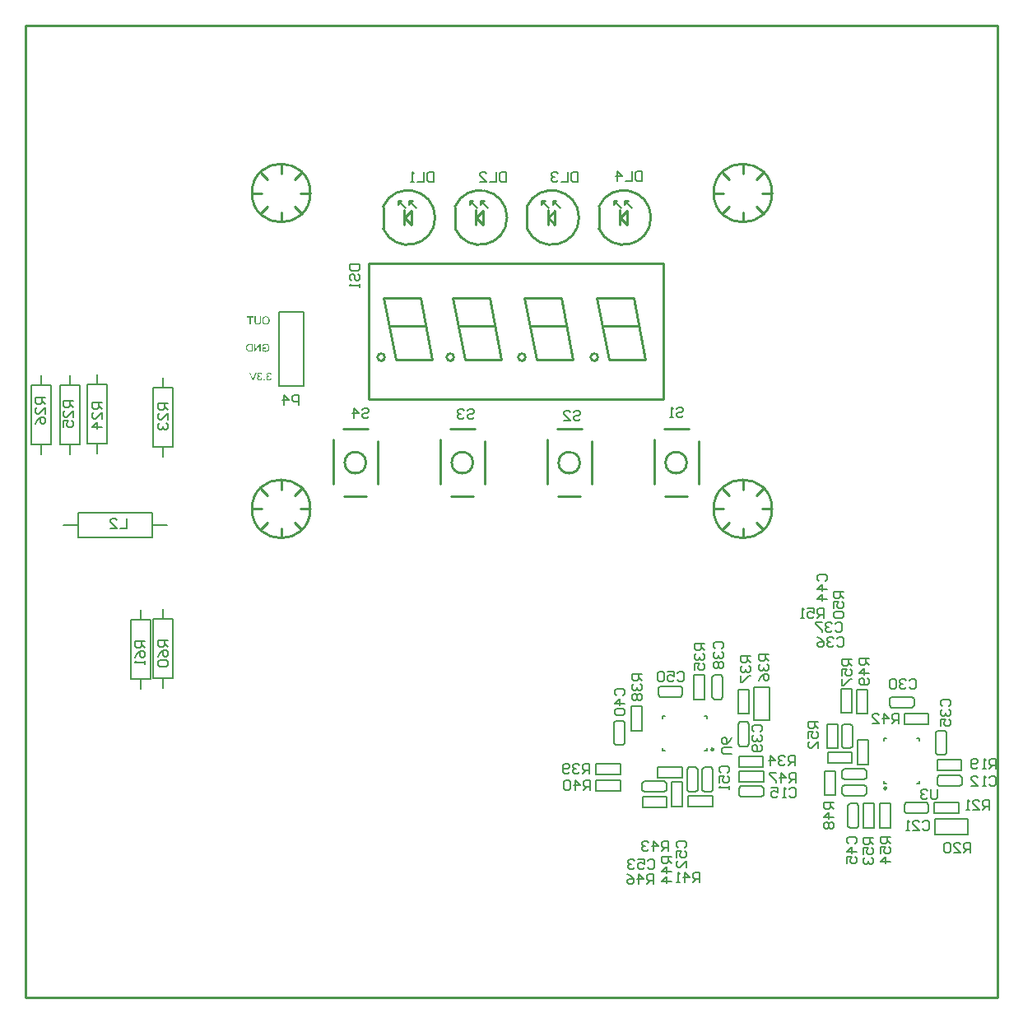
<source format=gbo>
%FSLAX25Y25*%
%MOIN*%
G70*
G01*
G75*
G04 Layer_Color=32896*
%ADD10R,0.09843X0.14410*%
%ADD11R,0.07874X0.14410*%
%ADD12R,0.06299X0.01969*%
%ADD13R,0.02126X0.03543*%
%ADD14R,0.14410X0.09843*%
%ADD15R,0.14410X0.07874*%
%ADD16R,0.01969X0.06299*%
%ADD17R,0.03543X0.02126*%
%ADD18R,0.05118X0.03937*%
%ADD19R,0.17716X0.15748*%
%ADD20R,0.03937X0.02362*%
%ADD21R,0.03937X0.10630*%
%ADD22R,0.10630X0.03937*%
%ADD23R,0.03937X0.05118*%
%ADD24R,0.02756X0.03347*%
%ADD25R,0.03347X0.02756*%
%ADD26R,0.04000X0.01969*%
%ADD27R,0.09843X0.15748*%
%ADD28R,0.08661X0.07087*%
%ADD29O,0.09843X0.05906*%
%ADD30O,0.05906X0.03150*%
%ADD31R,0.10000X0.07500*%
%ADD32R,0.02559X0.05315*%
%ADD33R,0.07559X0.25590*%
%ADD34O,0.04724X0.00984*%
%ADD35R,0.04724X0.01772*%
%ADD36O,0.04724X0.01772*%
%ADD37O,0.00984X0.04724*%
%ADD38O,0.01772X0.04724*%
%ADD39R,0.09449X0.08268*%
%ADD40O,0.08000X0.02400*%
%ADD41R,0.08000X0.02400*%
%ADD42R,0.05000X0.06000*%
%ADD43O,0.03543X0.01969*%
%ADD44O,0.03543X0.01969*%
%ADD45R,0.03543X0.01969*%
%ADD46R,0.15748X0.17716*%
%ADD47R,0.07087X0.03937*%
%ADD48R,0.03937X0.10827*%
%ADD49R,0.21654X0.25197*%
%ADD50R,0.08071X0.09055*%
%ADD51O,0.06299X0.01772*%
%ADD52C,0.01000*%
%ADD53C,0.03000*%
%ADD54C,0.00800*%
%ADD55C,0.06000*%
%ADD56C,0.01500*%
%ADD57C,0.03500*%
%ADD58C,0.02000*%
%ADD59C,0.04000*%
%ADD60C,0.10000*%
%ADD61C,0.08000*%
%ADD62C,0.01200*%
%ADD63R,0.24100X0.17400*%
%ADD64R,0.25624X0.17093*%
%ADD65R,0.23600X0.17400*%
%ADD66R,0.06100X0.05100*%
%ADD67R,0.08400X0.51300*%
%ADD68C,0.03937*%
%ADD69R,0.03937X0.03937*%
%ADD70O,0.05906X0.09843*%
%ADD71R,0.05906X0.09843*%
%ADD72R,0.09843X0.11811*%
%ADD73O,0.09843X0.11811*%
%ADD74C,0.06000*%
%ADD75C,0.05906*%
%ADD76R,0.05906X0.05906*%
%ADD77C,0.06693*%
%ADD78R,0.05906X0.05906*%
%ADD79O,0.07874X0.15748*%
%ADD80C,0.05512*%
%ADD81R,0.06000X0.10000*%
%ADD82O,0.06000X0.10000*%
%ADD83R,0.09843X0.05906*%
%ADD84R,0.10000X0.06000*%
%ADD85O,0.10000X0.06000*%
%ADD86C,0.02000*%
%ADD87C,0.04000*%
%ADD88C,0.03000*%
%ADD89C,0.05000*%
%ADD90C,0.02598*%
%ADD91O,0.01181X0.02756*%
%ADD92O,0.02756X0.01181*%
%ADD93R,0.13386X0.07087*%
%ADD94R,0.05512X0.07087*%
%ADD95R,0.07087X0.13386*%
%ADD96R,0.17800X0.14800*%
%ADD97R,0.07600X1.61300*%
%ADD98R,0.29000X0.26900*%
%ADD99R,0.22500X1.19600*%
%ADD100C,0.00984*%
%ADD101C,0.00787*%
%ADD102C,0.00500*%
%ADD103C,0.00394*%
%ADD104C,0.00591*%
%ADD105R,0.04724X0.02756*%
%ADD106R,0.01968X0.03543*%
%ADD107R,0.10642X0.15210*%
%ADD108R,0.08674X0.15210*%
%ADD109R,0.07099X0.02769*%
%ADD110R,0.02926X0.04343*%
%ADD111R,0.15210X0.10642*%
%ADD112R,0.15210X0.08674*%
%ADD113R,0.02769X0.07099*%
%ADD114R,0.04343X0.02926*%
%ADD115R,0.05918X0.04737*%
%ADD116R,0.18517X0.16548*%
%ADD117R,0.04737X0.03162*%
%ADD118R,0.04737X0.11430*%
%ADD119R,0.11430X0.04737*%
%ADD120R,0.04737X0.05918*%
%ADD121R,0.03556X0.04147*%
%ADD122R,0.04147X0.03556*%
%ADD123R,0.04800X0.02769*%
%ADD124R,0.10642X0.16548*%
%ADD125R,0.09461X0.07887*%
%ADD126O,0.10642X0.06706*%
%ADD127O,0.06706X0.03950*%
%ADD128R,0.10800X0.08300*%
%ADD129R,0.03359X0.06115*%
%ADD130R,0.08359X0.26391*%
%ADD131O,0.05524X0.01784*%
%ADD132R,0.05524X0.02572*%
%ADD133O,0.05524X0.02572*%
%ADD134O,0.01784X0.05524*%
%ADD135O,0.02572X0.05524*%
%ADD136R,0.10249X0.09068*%
%ADD137O,0.08800X0.03200*%
%ADD138R,0.08800X0.03200*%
%ADD139R,0.05800X0.06800*%
%ADD140O,0.04343X0.02769*%
%ADD141O,0.04343X0.02769*%
%ADD142R,0.04343X0.02769*%
%ADD143R,0.16548X0.18517*%
%ADD144R,0.07887X0.04737*%
%ADD145R,0.04737X0.11627*%
%ADD146R,0.22453X0.25997*%
%ADD147R,0.08871X0.09855*%
%ADD148O,0.07099X0.02572*%
%ADD149C,0.04737*%
%ADD150R,0.04737X0.04737*%
%ADD151O,0.06706X0.10642*%
%ADD152R,0.06706X0.10642*%
%ADD153R,0.10642X0.12611*%
%ADD154O,0.10642X0.12611*%
%ADD155C,0.06800*%
%ADD156C,0.06706*%
%ADD157R,0.06706X0.06706*%
%ADD158C,0.07493*%
%ADD159R,0.06706X0.06706*%
%ADD160O,0.08674X0.16548*%
%ADD161C,0.06312*%
%ADD162R,0.06800X0.10800*%
%ADD163O,0.06800X0.10800*%
%ADD164R,0.10642X0.06706*%
%ADD165R,0.10800X0.06800*%
%ADD166O,0.10800X0.06800*%
%ADD167C,0.05800*%
%ADD168O,0.01981X0.03556*%
%ADD169O,0.03556X0.01981*%
%ADD170R,0.14186X0.07887*%
%ADD171R,0.06312X0.07887*%
%ADD172R,0.07887X0.14186*%
%ADD173C,0.03398*%
%ADD174C,0.00778*%
G36*
X14675Y-128950D02*
X14831Y-128969D01*
X14978Y-129004D01*
X15041Y-129023D01*
X15100Y-129038D01*
X15153Y-129057D01*
X15202Y-129077D01*
X15246Y-129091D01*
X15280Y-129111D01*
X15305Y-129121D01*
X15329Y-129130D01*
X15339Y-129140D01*
X15344D01*
X15412Y-129179D01*
X15471Y-129223D01*
X15588Y-129316D01*
X15680Y-129413D01*
X15763Y-129511D01*
X15822Y-129604D01*
X15846Y-129638D01*
X15871Y-129672D01*
X15885Y-129701D01*
X15895Y-129721D01*
X15905Y-129736D01*
Y-129741D01*
X15968Y-129892D01*
X16017Y-130048D01*
X16051Y-130194D01*
X16076Y-130331D01*
X16085Y-130389D01*
X16090Y-130443D01*
X16095Y-130492D01*
Y-130536D01*
X16100Y-130570D01*
Y-130595D01*
Y-130609D01*
Y-130614D01*
X16090Y-130785D01*
X16071Y-130946D01*
X16037Y-131092D01*
X16022Y-131161D01*
X16002Y-131219D01*
X15983Y-131278D01*
X15968Y-131326D01*
X15949Y-131370D01*
X15934Y-131405D01*
X15924Y-131434D01*
X15915Y-131453D01*
X15905Y-131468D01*
Y-131473D01*
X15822Y-131605D01*
X15729Y-131722D01*
X15636Y-131824D01*
X15539Y-131907D01*
X15456Y-131971D01*
X15422Y-131995D01*
X15387Y-132015D01*
X15363Y-132034D01*
X15339Y-132044D01*
X15329Y-132049D01*
X15324Y-132054D01*
X15178Y-132122D01*
X15026Y-132171D01*
X14885Y-132205D01*
X14748Y-132229D01*
X14690Y-132239D01*
X14636Y-132244D01*
X14587Y-132249D01*
X14543D01*
X14509Y-132254D01*
X14465D01*
X14338Y-132249D01*
X14211Y-132234D01*
X14099Y-132215D01*
X13997Y-132190D01*
X13953Y-132181D01*
X13909Y-132171D01*
X13875Y-132161D01*
X13845Y-132151D01*
X13821Y-132141D01*
X13802Y-132137D01*
X13792Y-132132D01*
X13787D01*
X13665Y-132078D01*
X13543Y-132019D01*
X13435Y-131956D01*
X13338Y-131897D01*
X13255Y-131839D01*
X13221Y-131819D01*
X13192Y-131795D01*
X13167Y-131780D01*
X13152Y-131766D01*
X13143Y-131761D01*
X13138Y-131756D01*
Y-130565D01*
X14494D01*
Y-130941D01*
X13553D01*
Y-131546D01*
X13611Y-131590D01*
X13675Y-131634D01*
X13738Y-131673D01*
X13802Y-131707D01*
X13860Y-131736D01*
X13909Y-131756D01*
X13928Y-131766D01*
X13943Y-131771D01*
X13948Y-131775D01*
X13953D01*
X14050Y-131810D01*
X14148Y-131834D01*
X14241Y-131853D01*
X14319Y-131863D01*
X14387Y-131873D01*
X14441Y-131878D01*
X14490D01*
X14607Y-131873D01*
X14719Y-131858D01*
X14817Y-131834D01*
X14909Y-131810D01*
X14983Y-131785D01*
X15017Y-131771D01*
X15041Y-131761D01*
X15061Y-131756D01*
X15075Y-131746D01*
X15085Y-131741D01*
X15090D01*
X15187Y-131683D01*
X15275Y-131614D01*
X15349Y-131541D01*
X15407Y-131473D01*
X15451Y-131409D01*
X15485Y-131361D01*
X15500Y-131341D01*
X15509Y-131326D01*
X15514Y-131317D01*
Y-131312D01*
X15563Y-131195D01*
X15597Y-131078D01*
X15627Y-130956D01*
X15641Y-130839D01*
X15646Y-130790D01*
X15651Y-130741D01*
X15656Y-130697D01*
Y-130663D01*
X15661Y-130629D01*
Y-130609D01*
Y-130595D01*
Y-130590D01*
X15656Y-130463D01*
X15641Y-130341D01*
X15622Y-130233D01*
X15597Y-130136D01*
X15578Y-130058D01*
X15568Y-130024D01*
X15558Y-129999D01*
X15549Y-129975D01*
X15544Y-129960D01*
X15539Y-129950D01*
Y-129945D01*
X15509Y-129882D01*
X15480Y-129823D01*
X15446Y-129770D01*
X15412Y-129721D01*
X15383Y-129682D01*
X15358Y-129653D01*
X15344Y-129633D01*
X15339Y-129628D01*
X15285Y-129575D01*
X15231Y-129531D01*
X15173Y-129492D01*
X15119Y-129457D01*
X15070Y-129428D01*
X15031Y-129409D01*
X15007Y-129399D01*
X14997Y-129394D01*
X14914Y-129365D01*
X14831Y-129340D01*
X14743Y-129326D01*
X14665Y-129311D01*
X14597Y-129306D01*
X14543Y-129301D01*
X14494D01*
X14407Y-129306D01*
X14324Y-129316D01*
X14251Y-129331D01*
X14187Y-129345D01*
X14133Y-129360D01*
X14089Y-129375D01*
X14065Y-129384D01*
X14055Y-129389D01*
X13982Y-129423D01*
X13924Y-129457D01*
X13870Y-129497D01*
X13826Y-129531D01*
X13792Y-129565D01*
X13767Y-129589D01*
X13753Y-129609D01*
X13748Y-129614D01*
X13709Y-129672D01*
X13675Y-129736D01*
X13645Y-129799D01*
X13621Y-129858D01*
X13601Y-129916D01*
X13582Y-129960D01*
X13577Y-129989D01*
X13572Y-129994D01*
Y-129999D01*
X13187Y-129892D01*
X13221Y-129775D01*
X13260Y-129672D01*
X13299Y-129584D01*
X13338Y-129511D01*
X13377Y-129448D01*
X13406Y-129404D01*
X13426Y-129379D01*
X13431Y-129370D01*
X13494Y-129296D01*
X13567Y-129238D01*
X13641Y-129184D01*
X13714Y-129140D01*
X13777Y-129101D01*
X13826Y-129077D01*
X13845Y-129067D01*
X13860Y-129062D01*
X13870Y-129057D01*
X13875D01*
X13982Y-129018D01*
X14089Y-128989D01*
X14197Y-128969D01*
X14289Y-128955D01*
X14372Y-128945D01*
X14412D01*
X14441Y-128940D01*
X14499D01*
X14675Y-128950D01*
D02*
G37*
G36*
X14790Y-117845D02*
X14912Y-117860D01*
X15024Y-117884D01*
X15126Y-117909D01*
X15224Y-117947D01*
X15317Y-117982D01*
X15400Y-118026D01*
X15478Y-118065D01*
X15546Y-118109D01*
X15605Y-118152D01*
X15653Y-118187D01*
X15697Y-118221D01*
X15732Y-118250D01*
X15756Y-118274D01*
X15771Y-118289D01*
X15775Y-118294D01*
X15849Y-118382D01*
X15917Y-118475D01*
X15971Y-118577D01*
X16019Y-118679D01*
X16063Y-118782D01*
X16097Y-118885D01*
X16122Y-118987D01*
X16146Y-119085D01*
X16166Y-119182D01*
X16176Y-119265D01*
X16185Y-119343D01*
X16195Y-119412D01*
Y-119465D01*
X16200Y-119509D01*
Y-119534D01*
Y-119543D01*
X16190Y-119699D01*
X16171Y-119846D01*
X16141Y-119983D01*
X16127Y-120041D01*
X16107Y-120100D01*
X16093Y-120153D01*
X16078Y-120202D01*
X16063Y-120241D01*
X16049Y-120275D01*
X16034Y-120305D01*
X16029Y-120324D01*
X16019Y-120339D01*
Y-120344D01*
X15941Y-120475D01*
X15858Y-120597D01*
X15766Y-120695D01*
X15678Y-120783D01*
X15600Y-120851D01*
X15566Y-120876D01*
X15536Y-120900D01*
X15512Y-120915D01*
X15492Y-120929D01*
X15483Y-120934D01*
X15478Y-120939D01*
X15409Y-120978D01*
X15341Y-121007D01*
X15200Y-121061D01*
X15063Y-121100D01*
X14941Y-121124D01*
X14882Y-121134D01*
X14829Y-121144D01*
X14785Y-121149D01*
X14746D01*
X14712Y-121154D01*
X14668D01*
X14516Y-121144D01*
X14370Y-121124D01*
X14238Y-121090D01*
X14126Y-121056D01*
X14072Y-121037D01*
X14028Y-121022D01*
X13989Y-121002D01*
X13955Y-120988D01*
X13926Y-120978D01*
X13906Y-120968D01*
X13897Y-120958D01*
X13892D01*
X13765Y-120876D01*
X13653Y-120783D01*
X13555Y-120685D01*
X13477Y-120592D01*
X13418Y-120510D01*
X13394Y-120470D01*
X13370Y-120441D01*
X13355Y-120412D01*
X13345Y-120392D01*
X13335Y-120383D01*
Y-120378D01*
X13267Y-120231D01*
X13218Y-120080D01*
X13184Y-119934D01*
X13160Y-119797D01*
X13150Y-119734D01*
X13145Y-119680D01*
X13140Y-119631D01*
Y-119587D01*
X13135Y-119553D01*
Y-119524D01*
Y-119509D01*
Y-119504D01*
X13145Y-119329D01*
X13165Y-119167D01*
X13194Y-119021D01*
X13213Y-118958D01*
X13228Y-118894D01*
X13248Y-118841D01*
X13267Y-118792D01*
X13282Y-118748D01*
X13296Y-118714D01*
X13306Y-118684D01*
X13316Y-118665D01*
X13326Y-118650D01*
Y-118645D01*
X13404Y-118509D01*
X13487Y-118392D01*
X13579Y-118289D01*
X13667Y-118206D01*
X13745Y-118143D01*
X13780Y-118113D01*
X13809Y-118094D01*
X13833Y-118074D01*
X13853Y-118065D01*
X13862Y-118055D01*
X13867D01*
X13936Y-118016D01*
X14004Y-117982D01*
X14141Y-117933D01*
X14277Y-117894D01*
X14399Y-117865D01*
X14458Y-117860D01*
X14507Y-117850D01*
X14555Y-117845D01*
X14594D01*
X14624Y-117840D01*
X14668D01*
X14790Y-117845D01*
D02*
G37*
G36*
X9283Y-132200D02*
X8131D01*
X8024Y-132195D01*
X7926Y-132190D01*
X7838Y-132181D01*
X7765Y-132171D01*
X7701Y-132161D01*
X7658Y-132156D01*
X7628Y-132146D01*
X7619D01*
X7536Y-132122D01*
X7462Y-132097D01*
X7399Y-132073D01*
X7345Y-132049D01*
X7301Y-132024D01*
X7267Y-132005D01*
X7243Y-131995D01*
X7238Y-131990D01*
X7179Y-131946D01*
X7126Y-131897D01*
X7072Y-131849D01*
X7033Y-131805D01*
X6994Y-131761D01*
X6970Y-131727D01*
X6950Y-131707D01*
X6945Y-131697D01*
X6896Y-131624D01*
X6852Y-131546D01*
X6813Y-131468D01*
X6784Y-131395D01*
X6760Y-131326D01*
X6740Y-131278D01*
X6735Y-131258D01*
X6730Y-131244D01*
X6725Y-131234D01*
Y-131229D01*
X6696Y-131122D01*
X6677Y-131009D01*
X6657Y-130897D01*
X6647Y-130799D01*
X6643Y-130712D01*
Y-130673D01*
X6638Y-130643D01*
Y-130614D01*
Y-130595D01*
Y-130585D01*
Y-130580D01*
X6643Y-130424D01*
X6657Y-130282D01*
X6677Y-130155D01*
X6691Y-130097D01*
X6701Y-130043D01*
X6711Y-129994D01*
X6725Y-129950D01*
X6735Y-129911D01*
X6745Y-129882D01*
X6755Y-129858D01*
X6760Y-129838D01*
X6765Y-129828D01*
Y-129823D01*
X6818Y-129701D01*
X6877Y-129594D01*
X6940Y-129501D01*
X7004Y-129423D01*
X7057Y-129360D01*
X7101Y-129311D01*
X7135Y-129282D01*
X7140Y-129272D01*
X7145D01*
X7223Y-129213D01*
X7301Y-129165D01*
X7379Y-129126D01*
X7453Y-129096D01*
X7516Y-129072D01*
X7570Y-129057D01*
X7589Y-129048D01*
X7599D01*
X7609Y-129043D01*
X7614D01*
X7692Y-129028D01*
X7784Y-129013D01*
X7882Y-129004D01*
X7970Y-128999D01*
X8053Y-128994D01*
X9283D01*
Y-132200D01*
D02*
G37*
G36*
X9597Y-118270D02*
X8543D01*
Y-121100D01*
X8119D01*
Y-118270D01*
X7065D01*
Y-117894D01*
X9597D01*
Y-118270D01*
D02*
G37*
G36*
X12584Y-119748D02*
Y-119841D01*
X12579Y-119929D01*
X12574Y-120012D01*
X12564Y-120090D01*
X12555Y-120158D01*
X12545Y-120227D01*
X12535Y-120285D01*
X12520Y-120339D01*
X12511Y-120387D01*
X12501Y-120431D01*
X12491Y-120470D01*
X12481Y-120500D01*
X12472Y-120524D01*
X12467Y-120539D01*
X12462Y-120549D01*
Y-120553D01*
X12408Y-120656D01*
X12345Y-120749D01*
X12281Y-120822D01*
X12213Y-120885D01*
X12155Y-120939D01*
X12101Y-120973D01*
X12081Y-120988D01*
X12071Y-120993D01*
X12062Y-121002D01*
X12057D01*
X11945Y-121051D01*
X11818Y-121090D01*
X11696Y-121115D01*
X11579Y-121134D01*
X11525Y-121139D01*
X11476Y-121144D01*
X11432Y-121149D01*
X11393D01*
X11364Y-121154D01*
X11320D01*
X11154Y-121144D01*
X11008Y-121124D01*
X10939Y-121115D01*
X10881Y-121100D01*
X10822Y-121081D01*
X10773Y-121066D01*
X10729Y-121051D01*
X10686Y-121032D01*
X10651Y-121017D01*
X10627Y-121007D01*
X10603Y-120993D01*
X10588Y-120988D01*
X10578Y-120978D01*
X10573D01*
X10476Y-120905D01*
X10388Y-120832D01*
X10320Y-120754D01*
X10266Y-120680D01*
X10227Y-120612D01*
X10198Y-120563D01*
X10188Y-120544D01*
X10183Y-120529D01*
X10178Y-120519D01*
Y-120514D01*
X10139Y-120402D01*
X10115Y-120275D01*
X10095Y-120148D01*
X10080Y-120026D01*
X10076Y-119968D01*
X10071Y-119914D01*
Y-119870D01*
X10066Y-119826D01*
Y-119792D01*
Y-119768D01*
Y-119753D01*
Y-119748D01*
Y-117894D01*
X10490D01*
Y-119748D01*
Y-119856D01*
X10500Y-119958D01*
X10510Y-120046D01*
X10520Y-120129D01*
X10534Y-120207D01*
X10554Y-120270D01*
X10573Y-120329D01*
X10588Y-120383D01*
X10607Y-120427D01*
X10627Y-120466D01*
X10642Y-120495D01*
X10661Y-120519D01*
X10671Y-120539D01*
X10681Y-120553D01*
X10690Y-120558D01*
Y-120563D01*
X10729Y-120602D01*
X10778Y-120632D01*
X10881Y-120685D01*
X10988Y-120719D01*
X11100Y-120749D01*
X11198Y-120763D01*
X11242Y-120768D01*
X11281D01*
X11315Y-120773D01*
X11359D01*
X11457Y-120768D01*
X11545Y-120758D01*
X11623Y-120739D01*
X11691Y-120719D01*
X11745Y-120705D01*
X11784Y-120685D01*
X11808Y-120675D01*
X11818Y-120671D01*
X11886Y-120627D01*
X11940Y-120578D01*
X11989Y-120524D01*
X12023Y-120475D01*
X12052Y-120431D01*
X12071Y-120397D01*
X12081Y-120373D01*
X12086Y-120363D01*
X12101Y-120324D01*
X12111Y-120280D01*
X12130Y-120183D01*
X12140Y-120080D01*
X12150Y-119983D01*
X12155Y-119890D01*
X12159Y-119851D01*
Y-119817D01*
Y-119787D01*
Y-119768D01*
Y-119753D01*
Y-119748D01*
Y-117894D01*
X12584D01*
Y-119748D01*
D02*
G37*
G36*
X12303Y-140589D02*
X12425Y-140613D01*
X12537Y-140647D01*
X12630Y-140687D01*
X12703Y-140731D01*
X12732Y-140750D01*
X12757Y-140765D01*
X12781Y-140779D01*
X12796Y-140789D01*
X12801Y-140794D01*
X12806Y-140799D01*
X12893Y-140887D01*
X12962Y-140984D01*
X13020Y-141087D01*
X13059Y-141184D01*
X13094Y-141272D01*
X13103Y-141311D01*
X13113Y-141345D01*
X13118Y-141370D01*
X13123Y-141389D01*
X13128Y-141404D01*
Y-141409D01*
X12732Y-141477D01*
X12713Y-141375D01*
X12684Y-141287D01*
X12654Y-141214D01*
X12620Y-141155D01*
X12591Y-141106D01*
X12567Y-141072D01*
X12547Y-141053D01*
X12542Y-141048D01*
X12479Y-140999D01*
X12415Y-140965D01*
X12352Y-140935D01*
X12288Y-140921D01*
X12240Y-140911D01*
X12196Y-140901D01*
X12157D01*
X12074Y-140906D01*
X12000Y-140926D01*
X11937Y-140945D01*
X11883Y-140974D01*
X11839Y-140999D01*
X11805Y-141023D01*
X11786Y-141043D01*
X11781Y-141048D01*
X11732Y-141101D01*
X11698Y-141165D01*
X11669Y-141223D01*
X11654Y-141277D01*
X11644Y-141331D01*
X11635Y-141370D01*
Y-141394D01*
Y-141399D01*
Y-141404D01*
X11644Y-141501D01*
X11669Y-141585D01*
X11698Y-141653D01*
X11737Y-141707D01*
X11776Y-141750D01*
X11805Y-141785D01*
X11830Y-141804D01*
X11839Y-141809D01*
X11918Y-141853D01*
X11996Y-141882D01*
X12069Y-141907D01*
X12137Y-141921D01*
X12201Y-141931D01*
X12245Y-141936D01*
X12308D01*
X12327Y-141931D01*
X12352D01*
X12396Y-142277D01*
X12337Y-142263D01*
X12284Y-142253D01*
X12235Y-142248D01*
X12196Y-142243D01*
X12162Y-142238D01*
X12118D01*
X12020Y-142248D01*
X11937Y-142268D01*
X11859Y-142292D01*
X11795Y-142326D01*
X11742Y-142360D01*
X11703Y-142385D01*
X11683Y-142404D01*
X11673Y-142414D01*
X11615Y-142482D01*
X11571Y-142556D01*
X11537Y-142634D01*
X11517Y-142702D01*
X11503Y-142765D01*
X11498Y-142814D01*
X11493Y-142834D01*
Y-142848D01*
Y-142853D01*
Y-142858D01*
X11503Y-142961D01*
X11522Y-143053D01*
X11552Y-143136D01*
X11586Y-143205D01*
X11625Y-143263D01*
X11654Y-143302D01*
X11673Y-143327D01*
X11683Y-143336D01*
X11756Y-143400D01*
X11835Y-143449D01*
X11913Y-143478D01*
X11991Y-143502D01*
X12054Y-143517D01*
X12103Y-143522D01*
X12122Y-143527D01*
X12152D01*
X12235Y-143522D01*
X12313Y-143502D01*
X12381Y-143478D01*
X12435Y-143454D01*
X12484Y-143424D01*
X12518Y-143405D01*
X12537Y-143385D01*
X12547Y-143380D01*
X12601Y-143317D01*
X12650Y-143244D01*
X12689Y-143161D01*
X12718Y-143083D01*
X12742Y-143009D01*
X12757Y-142951D01*
X12767Y-142931D01*
Y-142912D01*
X12772Y-142902D01*
Y-142897D01*
X13167Y-142951D01*
X13157Y-143024D01*
X13142Y-143092D01*
X13099Y-143219D01*
X13050Y-143332D01*
X12991Y-143429D01*
X12967Y-143468D01*
X12937Y-143502D01*
X12913Y-143532D01*
X12893Y-143561D01*
X12874Y-143580D01*
X12859Y-143595D01*
X12855Y-143600D01*
X12850Y-143605D01*
X12796Y-143649D01*
X12737Y-143688D01*
X12684Y-143722D01*
X12625Y-143746D01*
X12508Y-143795D01*
X12396Y-143824D01*
X12347Y-143834D01*
X12298Y-143839D01*
X12259Y-143844D01*
X12220Y-143849D01*
X12191Y-143854D01*
X12152D01*
X12069Y-143849D01*
X11986Y-143839D01*
X11908Y-143829D01*
X11835Y-143810D01*
X11766Y-143785D01*
X11703Y-143761D01*
X11644Y-143737D01*
X11591Y-143707D01*
X11547Y-143683D01*
X11503Y-143658D01*
X11464Y-143634D01*
X11434Y-143610D01*
X11410Y-143590D01*
X11395Y-143580D01*
X11386Y-143571D01*
X11381Y-143566D01*
X11327Y-143507D01*
X11278Y-143449D01*
X11239Y-143390D01*
X11205Y-143332D01*
X11171Y-143273D01*
X11146Y-143210D01*
X11112Y-143097D01*
X11098Y-143049D01*
X11088Y-143000D01*
X11083Y-142961D01*
X11078Y-142922D01*
X11073Y-142892D01*
Y-142873D01*
Y-142858D01*
Y-142853D01*
X11078Y-142741D01*
X11098Y-142639D01*
X11122Y-142551D01*
X11151Y-142478D01*
X11186Y-142419D01*
X11210Y-142375D01*
X11229Y-142346D01*
X11234Y-142336D01*
X11298Y-142263D01*
X11371Y-142204D01*
X11444Y-142155D01*
X11513Y-142121D01*
X11576Y-142092D01*
X11625Y-142077D01*
X11644Y-142068D01*
X11659D01*
X11669Y-142063D01*
X11673D01*
X11595Y-142024D01*
X11527Y-141975D01*
X11473Y-141931D01*
X11425Y-141887D01*
X11390Y-141848D01*
X11361Y-141819D01*
X11347Y-141799D01*
X11342Y-141789D01*
X11303Y-141726D01*
X11278Y-141658D01*
X11259Y-141594D01*
X11244Y-141536D01*
X11234Y-141487D01*
X11229Y-141448D01*
Y-141423D01*
Y-141414D01*
X11234Y-141331D01*
X11249Y-141258D01*
X11269Y-141189D01*
X11288Y-141126D01*
X11308Y-141077D01*
X11327Y-141038D01*
X11342Y-141014D01*
X11347Y-141004D01*
X11395Y-140935D01*
X11449Y-140872D01*
X11508Y-140818D01*
X11561Y-140774D01*
X11610Y-140740D01*
X11649Y-140716D01*
X11678Y-140701D01*
X11683Y-140696D01*
X11688D01*
X11771Y-140657D01*
X11854Y-140628D01*
X11937Y-140609D01*
X12010Y-140594D01*
X12074Y-140584D01*
X12122Y-140579D01*
X12235D01*
X12303Y-140589D01*
D02*
G37*
G36*
X16036D02*
X16158Y-140613D01*
X16271Y-140647D01*
X16363Y-140687D01*
X16436Y-140731D01*
X16466Y-140750D01*
X16490Y-140765D01*
X16514Y-140779D01*
X16529Y-140789D01*
X16534Y-140794D01*
X16539Y-140799D01*
X16627Y-140887D01*
X16695Y-140984D01*
X16754Y-141087D01*
X16793Y-141184D01*
X16827Y-141272D01*
X16837Y-141311D01*
X16846Y-141345D01*
X16851Y-141370D01*
X16856Y-141389D01*
X16861Y-141404D01*
Y-141409D01*
X16466Y-141477D01*
X16446Y-141375D01*
X16417Y-141287D01*
X16388Y-141214D01*
X16353Y-141155D01*
X16324Y-141106D01*
X16300Y-141072D01*
X16280Y-141053D01*
X16275Y-141048D01*
X16212Y-140999D01*
X16149Y-140965D01*
X16085Y-140935D01*
X16022Y-140921D01*
X15973Y-140911D01*
X15929Y-140901D01*
X15890D01*
X15807Y-140906D01*
X15734Y-140926D01*
X15670Y-140945D01*
X15617Y-140974D01*
X15573Y-140999D01*
X15539Y-141023D01*
X15519Y-141043D01*
X15514Y-141048D01*
X15465Y-141101D01*
X15431Y-141165D01*
X15402Y-141223D01*
X15387Y-141277D01*
X15377Y-141331D01*
X15368Y-141370D01*
Y-141394D01*
Y-141399D01*
Y-141404D01*
X15377Y-141501D01*
X15402Y-141585D01*
X15431Y-141653D01*
X15470Y-141707D01*
X15509Y-141750D01*
X15539Y-141785D01*
X15563Y-141804D01*
X15573Y-141809D01*
X15651Y-141853D01*
X15729Y-141882D01*
X15802Y-141907D01*
X15870Y-141921D01*
X15934Y-141931D01*
X15978Y-141936D01*
X16041D01*
X16061Y-141931D01*
X16085D01*
X16129Y-142277D01*
X16070Y-142263D01*
X16017Y-142253D01*
X15968Y-142248D01*
X15929Y-142243D01*
X15895Y-142238D01*
X15851D01*
X15753Y-142248D01*
X15670Y-142268D01*
X15592Y-142292D01*
X15529Y-142326D01*
X15475Y-142360D01*
X15436Y-142385D01*
X15416Y-142404D01*
X15407Y-142414D01*
X15348Y-142482D01*
X15304Y-142556D01*
X15270Y-142634D01*
X15251Y-142702D01*
X15236Y-142765D01*
X15231Y-142814D01*
X15226Y-142834D01*
Y-142848D01*
Y-142853D01*
Y-142858D01*
X15236Y-142961D01*
X15255Y-143053D01*
X15285Y-143136D01*
X15319Y-143205D01*
X15358Y-143263D01*
X15387Y-143302D01*
X15407Y-143327D01*
X15416Y-143336D01*
X15490Y-143400D01*
X15568Y-143449D01*
X15646Y-143478D01*
X15724Y-143502D01*
X15787Y-143517D01*
X15836Y-143522D01*
X15856Y-143527D01*
X15885D01*
X15968Y-143522D01*
X16046Y-143502D01*
X16114Y-143478D01*
X16168Y-143454D01*
X16217Y-143424D01*
X16251Y-143405D01*
X16271Y-143385D01*
X16280Y-143380D01*
X16334Y-143317D01*
X16383Y-143244D01*
X16422Y-143161D01*
X16451Y-143083D01*
X16475Y-143009D01*
X16490Y-142951D01*
X16500Y-142931D01*
Y-142912D01*
X16505Y-142902D01*
Y-142897D01*
X16900Y-142951D01*
X16890Y-143024D01*
X16876Y-143092D01*
X16832Y-143219D01*
X16783Y-143332D01*
X16724Y-143429D01*
X16700Y-143468D01*
X16671Y-143502D01*
X16646Y-143532D01*
X16627Y-143561D01*
X16607Y-143580D01*
X16593Y-143595D01*
X16588Y-143600D01*
X16583Y-143605D01*
X16529Y-143649D01*
X16471Y-143688D01*
X16417Y-143722D01*
X16358Y-143746D01*
X16241Y-143795D01*
X16129Y-143824D01*
X16080Y-143834D01*
X16031Y-143839D01*
X15992Y-143844D01*
X15953Y-143849D01*
X15924Y-143854D01*
X15885D01*
X15802Y-143849D01*
X15719Y-143839D01*
X15641Y-143829D01*
X15568Y-143810D01*
X15499Y-143785D01*
X15436Y-143761D01*
X15377Y-143737D01*
X15324Y-143707D01*
X15280Y-143683D01*
X15236Y-143658D01*
X15197Y-143634D01*
X15168Y-143610D01*
X15143Y-143590D01*
X15129Y-143580D01*
X15119Y-143571D01*
X15114Y-143566D01*
X15060Y-143507D01*
X15011Y-143449D01*
X14972Y-143390D01*
X14938Y-143332D01*
X14904Y-143273D01*
X14880Y-143210D01*
X14845Y-143097D01*
X14831Y-143049D01*
X14821Y-143000D01*
X14816Y-142961D01*
X14811Y-142922D01*
X14807Y-142892D01*
Y-142873D01*
Y-142858D01*
Y-142853D01*
X14811Y-142741D01*
X14831Y-142639D01*
X14855Y-142551D01*
X14885Y-142478D01*
X14919Y-142419D01*
X14943Y-142375D01*
X14963Y-142346D01*
X14967Y-142336D01*
X15031Y-142263D01*
X15104Y-142204D01*
X15177Y-142155D01*
X15246Y-142121D01*
X15309Y-142092D01*
X15358Y-142077D01*
X15377Y-142068D01*
X15392D01*
X15402Y-142063D01*
X15407D01*
X15329Y-142024D01*
X15260Y-141975D01*
X15207Y-141931D01*
X15158Y-141887D01*
X15124Y-141848D01*
X15094Y-141819D01*
X15080Y-141799D01*
X15075Y-141789D01*
X15036Y-141726D01*
X15011Y-141658D01*
X14992Y-141594D01*
X14977Y-141536D01*
X14967Y-141487D01*
X14963Y-141448D01*
Y-141423D01*
Y-141414D01*
X14967Y-141331D01*
X14982Y-141258D01*
X15002Y-141189D01*
X15021Y-141126D01*
X15041Y-141077D01*
X15060Y-141038D01*
X15075Y-141014D01*
X15080Y-141004D01*
X15129Y-140935D01*
X15182Y-140872D01*
X15241Y-140818D01*
X15294Y-140774D01*
X15343Y-140740D01*
X15382Y-140716D01*
X15412Y-140701D01*
X15416Y-140696D01*
X15421D01*
X15504Y-140657D01*
X15587Y-140628D01*
X15670Y-140609D01*
X15743Y-140594D01*
X15807Y-140584D01*
X15856Y-140579D01*
X15968D01*
X16036Y-140589D01*
D02*
G37*
G36*
X9609Y-143800D02*
X9175D01*
X7921Y-140594D01*
X8350D01*
X9219Y-142922D01*
X9253Y-143019D01*
X9287Y-143117D01*
X9317Y-143205D01*
X9341Y-143283D01*
X9360Y-143351D01*
X9375Y-143405D01*
X9380Y-143424D01*
X9385Y-143439D01*
X9390Y-143444D01*
Y-143449D01*
X9443Y-143263D01*
X9473Y-143175D01*
X9502Y-143092D01*
X9526Y-143024D01*
X9541Y-142970D01*
X9551Y-142951D01*
X9556Y-142936D01*
X9561Y-142927D01*
Y-142922D01*
X10390Y-140594D01*
X10854D01*
X9609Y-143800D01*
D02*
G37*
G36*
X12518Y-132200D02*
X12113D01*
Y-129682D01*
X10429Y-132200D01*
X9995D01*
Y-128994D01*
X10400D01*
Y-131512D01*
X12089Y-128994D01*
X12518D01*
Y-132200D01*
D02*
G37*
G36*
X14197Y-143800D02*
X13747D01*
Y-143351D01*
X14197D01*
Y-143800D01*
D02*
G37*
%LPC*%
G36*
X8858Y-129370D02*
X8190D01*
X8058Y-129375D01*
X7946Y-129379D01*
X7853Y-129389D01*
X7775Y-129404D01*
X7716Y-129418D01*
X7677Y-129428D01*
X7653Y-129433D01*
X7643Y-129438D01*
X7560Y-129482D01*
X7482Y-129535D01*
X7414Y-129594D01*
X7355Y-129657D01*
X7306Y-129711D01*
X7272Y-129760D01*
X7257Y-129780D01*
X7253Y-129794D01*
X7243Y-129799D01*
Y-129804D01*
X7214Y-129858D01*
X7189Y-129916D01*
X7145Y-130038D01*
X7116Y-130165D01*
X7096Y-130292D01*
X7091Y-130346D01*
X7087Y-130399D01*
X7082Y-130448D01*
X7077Y-130492D01*
Y-130526D01*
Y-130551D01*
Y-130570D01*
Y-130575D01*
X7082Y-130707D01*
X7091Y-130824D01*
X7106Y-130931D01*
X7121Y-131024D01*
X7135Y-131097D01*
X7145Y-131126D01*
X7150Y-131151D01*
X7155Y-131170D01*
X7160Y-131185D01*
X7165Y-131190D01*
Y-131195D01*
X7199Y-131283D01*
X7238Y-131366D01*
X7277Y-131434D01*
X7311Y-131492D01*
X7345Y-131536D01*
X7375Y-131570D01*
X7394Y-131595D01*
X7399Y-131600D01*
X7443Y-131639D01*
X7487Y-131673D01*
X7536Y-131697D01*
X7584Y-131722D01*
X7623Y-131741D01*
X7658Y-131756D01*
X7677Y-131761D01*
X7687Y-131766D01*
X7760Y-131785D01*
X7838Y-131800D01*
X7921Y-131810D01*
X7999Y-131815D01*
X8072Y-131819D01*
X8126Y-131824D01*
X8858D01*
Y-129370D01*
D02*
G37*
G36*
X14712Y-118206D02*
X14668D01*
X14551Y-118211D01*
X14443Y-118231D01*
X14346Y-118255D01*
X14263Y-118284D01*
X14194Y-118318D01*
X14141Y-118343D01*
X14121Y-118353D01*
X14107Y-118362D01*
X14102Y-118367D01*
X14097D01*
X14009Y-118431D01*
X13931Y-118504D01*
X13862Y-118582D01*
X13809Y-118655D01*
X13765Y-118719D01*
X13736Y-118772D01*
X13726Y-118792D01*
X13716Y-118806D01*
X13711Y-118816D01*
Y-118821D01*
X13667Y-118933D01*
X13633Y-119050D01*
X13609Y-119167D01*
X13589Y-119270D01*
X13579Y-119363D01*
Y-119407D01*
X13575Y-119441D01*
Y-119465D01*
Y-119485D01*
Y-119499D01*
Y-119504D01*
X13579Y-119616D01*
X13589Y-119724D01*
X13604Y-119821D01*
X13623Y-119914D01*
X13648Y-120002D01*
X13672Y-120080D01*
X13701Y-120148D01*
X13731Y-120217D01*
X13760Y-120270D01*
X13789Y-120319D01*
X13814Y-120363D01*
X13838Y-120397D01*
X13858Y-120427D01*
X13872Y-120446D01*
X13882Y-120456D01*
X13887Y-120461D01*
X13945Y-120519D01*
X14009Y-120568D01*
X14072Y-120612D01*
X14141Y-120651D01*
X14204Y-120685D01*
X14272Y-120710D01*
X14394Y-120749D01*
X14453Y-120763D01*
X14507Y-120773D01*
X14551Y-120783D01*
X14594Y-120788D01*
X14629Y-120793D01*
X14673D01*
X14760Y-120788D01*
X14839Y-120778D01*
X14917Y-120763D01*
X14990Y-120739D01*
X15063Y-120714D01*
X15126Y-120685D01*
X15185Y-120656D01*
X15239Y-120627D01*
X15287Y-120597D01*
X15331Y-120563D01*
X15365Y-120539D01*
X15395Y-120514D01*
X15419Y-120490D01*
X15439Y-120475D01*
X15449Y-120466D01*
X15453Y-120461D01*
X15507Y-120397D01*
X15556Y-120324D01*
X15595Y-120251D01*
X15629Y-120178D01*
X15658Y-120100D01*
X15688Y-120026D01*
X15722Y-119880D01*
X15736Y-119812D01*
X15746Y-119748D01*
X15751Y-119695D01*
X15756Y-119646D01*
X15761Y-119602D01*
Y-119573D01*
Y-119553D01*
Y-119548D01*
X15756Y-119416D01*
X15746Y-119294D01*
X15732Y-119187D01*
X15712Y-119085D01*
X15688Y-118987D01*
X15658Y-118904D01*
X15629Y-118831D01*
X15600Y-118763D01*
X15571Y-118704D01*
X15541Y-118655D01*
X15512Y-118611D01*
X15487Y-118577D01*
X15468Y-118553D01*
X15453Y-118533D01*
X15444Y-118523D01*
X15439Y-118518D01*
X15375Y-118465D01*
X15312Y-118416D01*
X15248Y-118372D01*
X15180Y-118338D01*
X15117Y-118309D01*
X15053Y-118284D01*
X14931Y-118245D01*
X14877Y-118231D01*
X14829Y-118221D01*
X14780Y-118216D01*
X14741Y-118211D01*
X14712Y-118206D01*
D02*
G37*
%LPD*%
D52*
X185092Y-177130D02*
G03*
X185092Y-177130I-4301J0D01*
G01*
X62120Y-82305D02*
G03*
X62120Y-73369I10052J4468D01*
G01*
X91254Y-82305D02*
G03*
X91254Y-73369I10052J4468D01*
G01*
X120388Y-82305D02*
G03*
X120388Y-73369I10052J4468D01*
G01*
X98478Y-177130D02*
G03*
X98478Y-177130I-4301J0D01*
G01*
X141785D02*
G03*
X141785Y-177130I-4301J0D01*
G01*
X55170D02*
G03*
X55170Y-177130I-4301J0D01*
G01*
X62809Y-134400D02*
G03*
X62809Y-134400I-1500J0D01*
G01*
X149149D02*
G03*
X149149Y-134400I-1500J0D01*
G01*
X119809D02*
G03*
X119809Y-134400I-1500J0D01*
G01*
X90809D02*
G03*
X90809Y-134400I-1500J0D01*
G01*
X149522Y-82305D02*
G03*
X149522Y-73369I10052J4468D01*
G01*
X32631Y-67907D02*
G03*
X32631Y-67907I-11811J0D01*
G01*
X219639D02*
G03*
X219639Y-67907I-11811J0D01*
G01*
Y-195860D02*
G03*
X219639Y-195860I-11811J0D01*
G01*
X32631D02*
G03*
X32631Y-195860I-11811J0D01*
G01*
X189790Y-185829D02*
Y-168329D01*
X171790Y-185829D02*
Y-167829D01*
X175790Y-163329D02*
X185790D01*
X181165Y-190829D02*
X183915D01*
X176290D02*
X181165D01*
X183915D02*
X185290D01*
X62172Y-82321D02*
Y-73837D01*
X70572Y-80837D02*
Y-74837D01*
X70972Y-78137D02*
Y-77637D01*
X73472Y-80637D02*
Y-75137D01*
X70972Y-78137D02*
X73472Y-80637D01*
X70972Y-77637D02*
X73472Y-75137D01*
X91306Y-82321D02*
Y-73837D01*
X99706Y-80837D02*
Y-74837D01*
X100106Y-78137D02*
Y-77637D01*
X102606Y-80637D02*
Y-75137D01*
X100106Y-78137D02*
X102606Y-80637D01*
X100106Y-77637D02*
X102606Y-75137D01*
X120440Y-82321D02*
Y-73837D01*
X128840Y-80837D02*
Y-74837D01*
X129240Y-78137D02*
Y-77637D01*
X131740Y-80637D02*
Y-75137D01*
X129240Y-78137D02*
X131740Y-80637D01*
X129240Y-77637D02*
X131740Y-75137D01*
X103176Y-185829D02*
Y-168329D01*
X85176Y-185829D02*
Y-167829D01*
X89176Y-163329D02*
X99176D01*
X94551Y-190829D02*
X97301D01*
X89676D02*
X94551D01*
X97301D02*
X98676D01*
X146483Y-185829D02*
Y-168329D01*
X128483Y-185829D02*
Y-167829D01*
X132483Y-163329D02*
X142483D01*
X137858Y-190829D02*
X140608D01*
X132983D02*
X137858D01*
X140608D02*
X141983D01*
X59869Y-185829D02*
Y-168329D01*
X41869Y-185829D02*
Y-167829D01*
X45869Y-163329D02*
X55869D01*
X51244Y-190829D02*
X53994D01*
X46369D02*
X51244D01*
X53994D02*
X55369D01*
X65309Y-121900D02*
X78897D01*
X62365Y-110400D02*
X67149Y-135400D01*
X81933D01*
X62365Y-110400D02*
X77149D01*
X81933Y-135400D01*
X56149Y-96341D02*
X175649D01*
X56149Y-151400D02*
Y-96400D01*
Y-151459D02*
X175649D01*
Y-151400D02*
Y-96400D01*
X151649Y-121900D02*
X165236D01*
X148704Y-110400D02*
X153488Y-135400D01*
X168272D01*
X148704Y-110400D02*
X163488D01*
X168272Y-135400D01*
X134149Y-110400D02*
X138933Y-135400D01*
X119365Y-110400D02*
X134149D01*
X124149Y-135400D02*
X138933D01*
X119365Y-110400D02*
X124149Y-135400D01*
X122309Y-121900D02*
X135897D01*
X105149Y-110400D02*
X109933Y-135400D01*
X90365Y-110400D02*
X105149D01*
X95149Y-135400D02*
X109933D01*
X90365Y-110400D02*
X95149Y-135400D01*
X93309Y-121900D02*
X106897D01*
X149574Y-82321D02*
Y-73837D01*
X157974Y-80837D02*
Y-74837D01*
X158374Y-78137D02*
Y-77637D01*
X160874Y-80637D02*
Y-75137D01*
X158374Y-78137D02*
X160874Y-80637D01*
X158374Y-77637D02*
X160874Y-75137D01*
X9320Y-67907D02*
X12946D01*
X12570Y-76157D02*
X15253Y-73475D01*
X20820Y-79407D02*
Y-75781D01*
X26388Y-73475D02*
X29070Y-76157D01*
X28695Y-67907D02*
X32631D01*
X26388Y-62339D02*
X29070Y-59657D01*
X20820Y-60033D02*
Y-56407D01*
X12570Y-59657D02*
X15253Y-62339D01*
X196328Y-67907D02*
X199954D01*
X199578Y-76157D02*
X202261Y-73475D01*
X207828Y-79407D02*
Y-75781D01*
X213396Y-73475D02*
X216078Y-76157D01*
X215702Y-67907D02*
X219639D01*
X213396Y-62339D02*
X216078Y-59657D01*
X207828Y-60033D02*
Y-56407D01*
X199578Y-59657D02*
X202261Y-62339D01*
X196328Y-195860D02*
X199954D01*
X199578Y-204110D02*
X202261Y-201428D01*
X207828Y-207360D02*
Y-203734D01*
X213396Y-201428D02*
X216078Y-204110D01*
X215702Y-195860D02*
X219639D01*
X213396Y-190292D02*
X216078Y-187610D01*
X207828Y-187986D02*
Y-184360D01*
X199578Y-187610D02*
X202261Y-190292D01*
X9320Y-195860D02*
X12946D01*
X12570Y-204110D02*
X15253Y-201428D01*
X20820Y-207360D02*
Y-203734D01*
X26388Y-201428D02*
X29070Y-204110D01*
X28695Y-195860D02*
X32631D01*
X26388Y-190292D02*
X29070Y-187610D01*
X20820Y-187986D02*
Y-184360D01*
X12570Y-187610D02*
X15253Y-190292D01*
X-82677Y0D02*
X311024D01*
X-82677Y-393701D02*
Y0D01*
Y-393701D02*
X311024D01*
Y0D01*
D100*
X195892Y-293292D02*
G03*
X195892Y-293292I-492J0D01*
G01*
X266000Y-309000D02*
G03*
X266000Y-309000I-492J0D01*
G01*
D101*
X20000Y-116000D02*
X30000D01*
X20000Y-146000D02*
Y-116000D01*
Y-146000D02*
X30000D01*
Y-116000D01*
X-27000Y-174900D02*
Y-170900D01*
Y-146900D02*
Y-142900D01*
X-23000Y-170900D02*
Y-146900D01*
X-31000Y-170900D02*
X-23000D01*
X-31000D02*
Y-146900D01*
X-23000D01*
X-76300Y-173600D02*
Y-169600D01*
Y-145600D02*
Y-141600D01*
X-72300Y-169600D02*
Y-145600D01*
X-80300Y-169600D02*
X-72300D01*
X-80300D02*
Y-145600D01*
X-72300D01*
X-64700Y-173600D02*
Y-169600D01*
Y-145600D02*
Y-141600D01*
X-60700Y-169600D02*
Y-145600D01*
X-68700Y-169600D02*
X-60700D01*
X-68700D02*
Y-145600D01*
X-60700D01*
X-53800Y-173400D02*
Y-169400D01*
Y-145400D02*
Y-141400D01*
X-49800Y-169400D02*
Y-145400D01*
X-57800Y-169400D02*
X-49800D01*
X-57800D02*
Y-145400D01*
X-49800D01*
X-36200Y-240700D02*
Y-236700D01*
Y-268700D02*
Y-264700D01*
X-40200D02*
Y-240700D01*
X-32200D01*
Y-264700D02*
Y-240700D01*
X-40200Y-264700D02*
X-32200D01*
X-27100Y-240400D02*
Y-236400D01*
Y-268400D02*
Y-264400D01*
X-31100D02*
Y-240400D01*
X-23100D01*
Y-264400D02*
Y-240400D01*
X-31100Y-264400D02*
X-23100D01*
X-61300Y-197300D02*
X-31300D01*
Y-207300D02*
Y-197300D01*
X-61300Y-207300D02*
X-31300D01*
X-61300D02*
Y-197300D01*
X-31300Y-202300D02*
X-25300D01*
X-67300D02*
X-61300D01*
D102*
X192400Y-293787D02*
X193355D01*
Y-292802D01*
Y-280598D02*
Y-279613D01*
X192400D02*
X193355D01*
X175245D02*
X176200D01*
X175245Y-280598D02*
Y-279613D01*
Y-293787D02*
Y-292802D01*
Y-293787D02*
X176300D01*
X298930Y-327850D02*
Y-321550D01*
X285544Y-327850D02*
Y-321550D01*
X297946Y-321550D02*
Y-321550D01*
X285544Y-327850D02*
X298930D01*
X285544Y-321550D02*
X298930D01*
X212450Y-268070D02*
X218750D01*
X212450Y-281456D02*
X218750D01*
X212450Y-269054D02*
X212450D01*
X218750Y-281456D02*
Y-268070D01*
X212450Y-281456D02*
Y-268070D01*
X206226Y-296035D02*
X216069D01*
X206226Y-300365D02*
X216069D01*
Y-296035D01*
X206226Y-300365D02*
Y-296035D01*
X206426Y-302035D02*
X216268D01*
X206426Y-306365D02*
X216268D01*
Y-302035D01*
X206426Y-306365D02*
Y-302035D01*
X167226Y-312329D02*
X177068D01*
X167226Y-316660D02*
X177068D01*
Y-312329D01*
X167226Y-316660D02*
Y-312329D01*
X183365Y-316263D02*
Y-306420D01*
X179035Y-316263D02*
Y-306420D01*
Y-316263D02*
X183365D01*
X179035Y-306420D02*
X183365D01*
X173326Y-300329D02*
X183168D01*
X173326Y-304660D02*
X183168D01*
Y-300329D01*
X173326Y-304660D02*
Y-300329D01*
X185731Y-316260D02*
X195574D01*
X185731Y-311929D02*
X195574D01*
X185731Y-316260D02*
Y-311929D01*
X195574Y-316260D02*
Y-311929D01*
X148326Y-305735D02*
X158168D01*
X148326Y-310065D02*
X158168D01*
Y-305735D01*
X148326Y-310065D02*
Y-305735D01*
Y-299235D02*
X158168D01*
X148326Y-303565D02*
X158168D01*
Y-299235D01*
X148326Y-303565D02*
Y-299235D01*
X162635Y-285574D02*
Y-275731D01*
X166965Y-285574D02*
Y-275731D01*
X162635D02*
X166965D01*
X162635Y-285574D02*
X166965D01*
X285326Y-314835D02*
X295168D01*
X285326Y-319165D02*
X295168D01*
Y-314835D01*
X285326Y-319165D02*
Y-314835D01*
X286526Y-297535D02*
X296369D01*
X286526Y-301865D02*
X296369D01*
Y-297535D01*
X286526Y-301865D02*
Y-297535D01*
X187835Y-273074D02*
Y-263231D01*
X192165Y-273074D02*
Y-263231D01*
X187835D02*
X192165D01*
X187835Y-273074D02*
X192165D01*
X205935Y-278774D02*
Y-268932D01*
X210265Y-278774D02*
Y-268932D01*
X205935D02*
X210265D01*
X205935Y-278774D02*
X210265D01*
X273226Y-278635D02*
X283068D01*
X273226Y-282965D02*
X283068D01*
Y-278635D01*
X273226Y-282965D02*
Y-278635D01*
X240935Y-311774D02*
Y-301932D01*
X245265Y-311774D02*
Y-301932D01*
X240935D02*
X245265D01*
X240935Y-311774D02*
X245265D01*
X258365Y-278768D02*
Y-268926D01*
X254035Y-278768D02*
Y-268926D01*
Y-278768D02*
X258365D01*
X254035Y-268926D02*
X258365D01*
X258565Y-299369D02*
Y-289526D01*
X254235Y-299369D02*
Y-289526D01*
Y-299369D02*
X258565D01*
X254235Y-289526D02*
X258565D01*
X242131Y-298765D02*
X251974D01*
X242131Y-294435D02*
X251974D01*
X242131Y-298765D02*
Y-294435D01*
X251974Y-298765D02*
Y-294435D01*
X246265Y-292769D02*
Y-282926D01*
X241935Y-292769D02*
Y-282926D01*
Y-292769D02*
X246265D01*
X241935Y-282926D02*
X246265D01*
X260865Y-324969D02*
Y-315126D01*
X256535Y-324969D02*
Y-315126D01*
Y-324969D02*
X260865D01*
X256535Y-315126D02*
X260865D01*
X267465Y-325068D02*
Y-315226D01*
X263135Y-325068D02*
Y-315226D01*
Y-325068D02*
X267465D01*
X263135Y-315226D02*
X267465D01*
X251965Y-278569D02*
Y-268726D01*
X247635Y-278569D02*
Y-268726D01*
Y-278569D02*
X251965D01*
X247635Y-268726D02*
X251965D01*
X207119Y-308235D02*
X215387D01*
X216174Y-311778D02*
Y-309022D01*
X206331Y-311778D02*
Y-309022D01*
X207119Y-312565D02*
X215387D01*
X206331Y-311778D02*
X207119Y-312565D01*
X206331Y-309022D02*
X207119Y-308235D01*
X215387D02*
X216174Y-309022D01*
X215387Y-312565D02*
X216174Y-311778D01*
X247835Y-291981D02*
Y-283713D01*
X248622Y-282926D02*
X251378D01*
X248622Y-292769D02*
X251378D01*
X252165Y-291981D02*
Y-283713D01*
X251378Y-292769D02*
X252165Y-291981D01*
X247835D02*
X248622Y-292769D01*
X247835Y-283713D02*
X248622Y-282926D01*
X251378D02*
X252165Y-283713D01*
X248813Y-305565D02*
X257081D01*
X248026Y-304778D02*
Y-302022D01*
X257869Y-304778D02*
Y-302022D01*
X248813Y-301235D02*
X257081D01*
X257869Y-302022D01*
X257081Y-305565D02*
X257869Y-304778D01*
X248026D02*
X248813Y-305565D01*
X248026Y-302022D02*
X248813Y-301235D01*
Y-311965D02*
X257081D01*
X248026Y-311178D02*
Y-308422D01*
X257869Y-311178D02*
Y-308422D01*
X248813Y-307635D02*
X257081D01*
X257869Y-308422D01*
X257081Y-311965D02*
X257869Y-311178D01*
X248026D02*
X248813Y-311965D01*
X248026Y-308422D02*
X248813Y-307635D01*
X285935Y-294681D02*
Y-286413D01*
X286722Y-285626D02*
X289478D01*
X286722Y-295468D02*
X289478D01*
X290265Y-294681D02*
Y-286413D01*
X289478Y-295468D02*
X290265Y-294681D01*
X285935D02*
X286722Y-295468D01*
X285935Y-286413D02*
X286722Y-285626D01*
X289478D02*
X290265Y-286413D01*
X268119Y-271935D02*
X276387D01*
X277174Y-275478D02*
Y-272722D01*
X267332Y-275478D02*
Y-272722D01*
X268119Y-276265D02*
X276387D01*
X267332Y-275478D02*
X268119Y-276265D01*
X267332Y-272722D02*
X268119Y-271935D01*
X276387D02*
X277174Y-272722D01*
X276387Y-276265D02*
X277174Y-275478D01*
X287413Y-308165D02*
X295681D01*
X286626Y-307378D02*
Y-304622D01*
X296468Y-307378D02*
Y-304622D01*
X287413Y-303835D02*
X295681D01*
X296468Y-304622D01*
X295681Y-308165D02*
X296468Y-307378D01*
X286626D02*
X287413Y-308165D01*
X286626Y-304622D02*
X287413Y-303835D01*
X199665Y-272187D02*
Y-263919D01*
X196122Y-272974D02*
X198878D01*
X196122Y-263131D02*
X198878D01*
X195335Y-272187D02*
Y-263919D01*
X196122Y-263131D01*
X198878D02*
X199665Y-263919D01*
X198878Y-272974D02*
X199665Y-272187D01*
X195335D02*
X196122Y-272974D01*
X205935Y-291181D02*
Y-282913D01*
X206722Y-282126D02*
X209478D01*
X206722Y-291968D02*
X209478D01*
X210265Y-291181D02*
Y-282913D01*
X209478Y-291968D02*
X210265Y-291181D01*
X205935D02*
X206722Y-291968D01*
X205935Y-282913D02*
X206722Y-282126D01*
X209478D02*
X210265Y-282913D01*
X155635Y-290681D02*
Y-282413D01*
X156422Y-281626D02*
X159178D01*
X156422Y-291469D02*
X159178D01*
X159965Y-290681D02*
Y-282413D01*
X159178Y-291469D02*
X159965Y-290681D01*
X155635D02*
X156422Y-291469D01*
X155635Y-282413D02*
X156422Y-281626D01*
X159178D02*
X159965Y-282413D01*
X254765Y-324287D02*
Y-316019D01*
X251222Y-325074D02*
X253978D01*
X251222Y-315231D02*
X253978D01*
X250435Y-324287D02*
Y-316019D01*
X251222Y-315231D01*
X253978D02*
X254765Y-316019D01*
X253978Y-325074D02*
X254765Y-324287D01*
X250435D02*
X251222Y-325074D01*
X174313Y-271965D02*
X182581D01*
X173526Y-271178D02*
Y-268422D01*
X183369Y-271178D02*
Y-268422D01*
X174313Y-267635D02*
X182581D01*
X183369Y-268422D01*
X182581Y-271965D02*
X183369Y-271178D01*
X173526D02*
X174313Y-271965D01*
X173526Y-268422D02*
X174313Y-267635D01*
X195765Y-309587D02*
Y-301319D01*
X192222Y-310374D02*
X194978D01*
X192222Y-300532D02*
X194978D01*
X191435Y-309587D02*
Y-301319D01*
X192222Y-300532D01*
X194978D02*
X195765Y-301319D01*
X194978Y-310374D02*
X195765Y-309587D01*
X191435D02*
X192222Y-310374D01*
X189465Y-309581D02*
Y-301313D01*
X185922Y-310368D02*
X188678D01*
X185922Y-300526D02*
X188678D01*
X185135Y-309581D02*
Y-301313D01*
X185922Y-300526D01*
X188678D02*
X189465Y-301313D01*
X188678Y-310368D02*
X189465Y-309581D01*
X185135D02*
X185922Y-310368D01*
X167813Y-310560D02*
X176081D01*
X167026Y-309772D02*
Y-307016D01*
X176868Y-309772D02*
Y-307016D01*
X167813Y-306229D02*
X176081D01*
X176868Y-307016D01*
X176081Y-310560D02*
X176868Y-309772D01*
X167026D02*
X167813Y-310560D01*
X167026Y-307016D02*
X167813Y-306229D01*
X274019Y-314835D02*
X282287D01*
X283074Y-318378D02*
Y-315622D01*
X273232Y-318378D02*
Y-315622D01*
X274019Y-319165D02*
X282287D01*
X273232Y-318378D02*
X274019Y-319165D01*
X273232Y-315622D02*
X274019Y-314835D01*
X282287D02*
X283074Y-315622D01*
X282287Y-319165D02*
X283074Y-318378D01*
X265013Y-306955D02*
Y-306000D01*
Y-306955D02*
X265998D01*
X278202D02*
X279187D01*
Y-306000D01*
Y-289800D02*
Y-288845D01*
X278202D02*
X279187D01*
X265013D02*
X265998D01*
X265013Y-289900D02*
Y-288845D01*
X251900Y-256600D02*
X247901D01*
Y-258599D01*
X248568Y-259266D01*
X249901D01*
X250567Y-258599D01*
Y-256600D01*
Y-257933D02*
X251900Y-259266D01*
X247901Y-263264D02*
Y-260599D01*
X249901D01*
X249234Y-261932D01*
Y-262598D01*
X249901Y-263264D01*
X251234D01*
X251900Y-262598D01*
Y-261265D01*
X251234Y-260599D01*
X247901Y-264597D02*
Y-267263D01*
X248568D01*
X251234Y-264597D01*
X251900D01*
X280647Y-322883D02*
X281314Y-322216D01*
X282646D01*
X283313Y-322883D01*
Y-325548D01*
X282646Y-326215D01*
X281314D01*
X280647Y-325548D01*
X276648Y-326215D02*
X279314D01*
X276648Y-323549D01*
Y-322883D01*
X277315Y-322216D01*
X278648D01*
X279314Y-322883D01*
X275315Y-326215D02*
X273983D01*
X274649D01*
Y-322216D01*
X275315Y-322883D01*
X203349Y-295150D02*
X200016D01*
X199350Y-294484D01*
Y-293151D01*
X200016Y-292484D01*
X203349D01*
Y-288486D02*
X202682Y-289818D01*
X201349Y-291151D01*
X200016D01*
X199350Y-290485D01*
Y-289152D01*
X200016Y-288486D01*
X200683D01*
X201349Y-289152D01*
Y-291151D01*
X267600Y-328900D02*
X263601D01*
Y-330899D01*
X264268Y-331566D01*
X265601D01*
X266267Y-330899D01*
Y-328900D01*
Y-330233D02*
X267600Y-331566D01*
X263601Y-335564D02*
Y-332899D01*
X265601D01*
X264934Y-334232D01*
Y-334898D01*
X265601Y-335564D01*
X266934D01*
X267600Y-334898D01*
Y-333565D01*
X266934Y-332899D01*
X267600Y-338897D02*
X263601D01*
X265601Y-336897D01*
Y-339563D01*
X260546Y-329161D02*
X256547D01*
Y-331160D01*
X257214Y-331827D01*
X258547D01*
X259213Y-331160D01*
Y-329161D01*
Y-330494D02*
X260546Y-331827D01*
X256547Y-335825D02*
Y-333159D01*
X258547D01*
X257880Y-334492D01*
Y-335159D01*
X258547Y-335825D01*
X259880D01*
X260546Y-335159D01*
Y-333826D01*
X259880Y-333159D01*
X257214Y-337158D02*
X256547Y-337825D01*
Y-339158D01*
X257214Y-339824D01*
X257880D01*
X258547Y-339158D01*
Y-338491D01*
Y-339158D01*
X259213Y-339824D01*
X259880D01*
X260546Y-339158D01*
Y-337825D01*
X259880Y-337158D01*
X238400Y-282100D02*
X234401D01*
Y-284099D01*
X235068Y-284766D01*
X236401D01*
X237067Y-284099D01*
Y-282100D01*
Y-283433D02*
X238400Y-284766D01*
X234401Y-288765D02*
Y-286099D01*
X236401D01*
X235734Y-287432D01*
Y-288098D01*
X236401Y-288765D01*
X237734D01*
X238400Y-288098D01*
Y-286765D01*
X237734Y-286099D01*
X238400Y-292763D02*
Y-290097D01*
X235734Y-292763D01*
X235068D01*
X234401Y-292097D01*
Y-290764D01*
X235068Y-290097D01*
X240700Y-240000D02*
Y-236001D01*
X238701D01*
X238034Y-236668D01*
Y-238001D01*
X238701Y-238667D01*
X240700D01*
X239367D02*
X238034Y-240000D01*
X234035Y-236001D02*
X236701D01*
Y-238001D01*
X235368Y-237334D01*
X234702D01*
X234035Y-238001D01*
Y-239334D01*
X234702Y-240000D01*
X236035D01*
X236701Y-239334D01*
X232703Y-240000D02*
X231370D01*
X232036D01*
Y-236001D01*
X232703Y-236668D01*
X248675Y-229245D02*
X244677D01*
Y-231244D01*
X245343Y-231911D01*
X246676D01*
X247342Y-231244D01*
Y-229245D01*
Y-230578D02*
X248675Y-231911D01*
X244677Y-235910D02*
Y-233244D01*
X246676D01*
X246010Y-234577D01*
Y-235243D01*
X246676Y-235910D01*
X248009D01*
X248675Y-235243D01*
Y-233910D01*
X248009Y-233244D01*
X245343Y-237243D02*
X244677Y-237909D01*
Y-239242D01*
X245343Y-239908D01*
X248009D01*
X248675Y-239242D01*
Y-237909D01*
X248009Y-237243D01*
X245343D01*
X258900Y-256400D02*
X254901D01*
Y-258399D01*
X255568Y-259066D01*
X256901D01*
X257567Y-258399D01*
Y-256400D01*
Y-257733D02*
X258900Y-259066D01*
Y-262398D02*
X254901D01*
X256901Y-260399D01*
Y-263065D01*
X258234Y-264397D02*
X258900Y-265064D01*
Y-266397D01*
X258234Y-267063D01*
X255568D01*
X254901Y-266397D01*
Y-265064D01*
X255568Y-264397D01*
X256234D01*
X256901Y-265064D01*
Y-267063D01*
X244700Y-314600D02*
X240701D01*
Y-316599D01*
X241368Y-317266D01*
X242701D01*
X243367Y-316599D01*
Y-314600D01*
Y-315933D02*
X244700Y-317266D01*
Y-320598D02*
X240701D01*
X242701Y-318599D01*
Y-321265D01*
X241368Y-322597D02*
X240701Y-323264D01*
Y-324597D01*
X241368Y-325263D01*
X242034D01*
X242701Y-324597D01*
X243367Y-325263D01*
X244034D01*
X244700Y-324597D01*
Y-323264D01*
X244034Y-322597D01*
X243367D01*
X242701Y-323264D01*
X242034Y-322597D01*
X241368D01*
X242701Y-323264D02*
Y-324597D01*
X271031Y-282767D02*
Y-278768D01*
X269032D01*
X268365Y-279435D01*
Y-280767D01*
X269032Y-281434D01*
X271031D01*
X269698D02*
X268365Y-282767D01*
X265033D02*
Y-278768D01*
X267033Y-280767D01*
X264367D01*
X260368Y-282767D02*
X263034D01*
X260368Y-280101D01*
Y-279435D01*
X261034Y-278768D01*
X262367D01*
X263034Y-279435D01*
X211000Y-255400D02*
X207001D01*
Y-257399D01*
X207668Y-258066D01*
X209001D01*
X209667Y-257399D01*
Y-255400D01*
Y-256733D02*
X211000Y-258066D01*
X207668Y-259399D02*
X207001Y-260065D01*
Y-261398D01*
X207668Y-262065D01*
X208334D01*
X209001Y-261398D01*
Y-260732D01*
Y-261398D01*
X209667Y-262065D01*
X210334D01*
X211000Y-261398D01*
Y-260065D01*
X210334Y-259399D01*
X207001Y-263397D02*
Y-266063D01*
X207668D01*
X210334Y-263397D01*
X211000D01*
X218400Y-254700D02*
X214401D01*
Y-256699D01*
X215068Y-257366D01*
X216401D01*
X217067Y-256699D01*
Y-254700D01*
Y-256033D02*
X218400Y-257366D01*
X215068Y-258699D02*
X214401Y-259365D01*
Y-260698D01*
X215068Y-261365D01*
X215734D01*
X216401Y-260698D01*
Y-260032D01*
Y-260698D01*
X217067Y-261365D01*
X217734D01*
X218400Y-260698D01*
Y-259365D01*
X217734Y-258699D01*
X214401Y-265363D02*
X215068Y-264030D01*
X216401Y-262697D01*
X217734D01*
X218400Y-263364D01*
Y-264697D01*
X217734Y-265363D01*
X217067D01*
X216401Y-264697D01*
Y-262697D01*
X192400Y-250300D02*
X188401D01*
Y-252299D01*
X189068Y-252966D01*
X190401D01*
X191067Y-252299D01*
Y-250300D01*
Y-251633D02*
X192400Y-252966D01*
X189068Y-254299D02*
X188401Y-254965D01*
Y-256298D01*
X189068Y-256964D01*
X189734D01*
X190401Y-256298D01*
Y-255632D01*
Y-256298D01*
X191067Y-256964D01*
X191734D01*
X192400Y-256298D01*
Y-254965D01*
X191734Y-254299D01*
X188401Y-260963D02*
Y-258297D01*
X190401D01*
X189734Y-259630D01*
Y-260297D01*
X190401Y-260963D01*
X191734D01*
X192400Y-260297D01*
Y-258964D01*
X191734Y-258297D01*
X169134Y-338568D02*
X169801Y-337901D01*
X171133D01*
X171800Y-338568D01*
Y-341234D01*
X171133Y-341900D01*
X169801D01*
X169134Y-341234D01*
X165136Y-337901D02*
X167801D01*
Y-339901D01*
X166468Y-339234D01*
X165802D01*
X165136Y-339901D01*
Y-341234D01*
X165802Y-341900D01*
X167135D01*
X167801Y-341234D01*
X163803Y-338568D02*
X163136Y-337901D01*
X161803D01*
X161137Y-338568D01*
Y-339234D01*
X161803Y-339901D01*
X162470D01*
X161803D01*
X161137Y-340567D01*
Y-341234D01*
X161803Y-341900D01*
X163136D01*
X163803Y-341234D01*
X181568Y-333066D02*
X180901Y-332399D01*
Y-331066D01*
X181568Y-330400D01*
X184233D01*
X184900Y-331066D01*
Y-332399D01*
X184233Y-333066D01*
X180901Y-337065D02*
Y-334399D01*
X182901D01*
X182234Y-335732D01*
Y-336398D01*
X182901Y-337065D01*
X184233D01*
X184900Y-336398D01*
Y-335065D01*
X184233Y-334399D01*
X184900Y-341063D02*
Y-338397D01*
X182234Y-341063D01*
X181568D01*
X180901Y-340397D01*
Y-339064D01*
X181568Y-338397D01*
X198968Y-302866D02*
X198301Y-302199D01*
Y-300866D01*
X198968Y-300200D01*
X201634D01*
X202300Y-300866D01*
Y-302199D01*
X201634Y-302866D01*
X198301Y-306865D02*
Y-304199D01*
X200301D01*
X199634Y-305532D01*
Y-306198D01*
X200301Y-306865D01*
X201634D01*
X202300Y-306198D01*
Y-304865D01*
X201634Y-304199D01*
X202300Y-308197D02*
Y-309530D01*
Y-308864D01*
X198301D01*
X198968Y-308197D01*
X181134Y-262368D02*
X181801Y-261701D01*
X183133D01*
X183800Y-262368D01*
Y-265034D01*
X183133Y-265700D01*
X181801D01*
X181134Y-265034D01*
X177136Y-261701D02*
X179801D01*
Y-263701D01*
X178468Y-263034D01*
X177802D01*
X177136Y-263701D01*
Y-265034D01*
X177802Y-265700D01*
X179135D01*
X179801Y-265034D01*
X175803Y-262368D02*
X175136Y-261701D01*
X173803D01*
X173137Y-262368D01*
Y-265034D01*
X173803Y-265700D01*
X175136D01*
X175803Y-265034D01*
Y-262368D01*
X250468Y-331366D02*
X249801Y-330699D01*
Y-329366D01*
X250468Y-328700D01*
X253134D01*
X253800Y-329366D01*
Y-330699D01*
X253134Y-331366D01*
X253800Y-334698D02*
X249801D01*
X251801Y-332699D01*
Y-335365D01*
X249801Y-339363D02*
Y-336697D01*
X251801D01*
X251134Y-338030D01*
Y-338697D01*
X251801Y-339363D01*
X253134D01*
X253800Y-338697D01*
Y-337364D01*
X253134Y-336697D01*
X156468Y-271266D02*
X155801Y-270599D01*
Y-269266D01*
X156468Y-268600D01*
X159134D01*
X159800Y-269266D01*
Y-270599D01*
X159134Y-271266D01*
X159800Y-274598D02*
X155801D01*
X157801Y-272599D01*
Y-275265D01*
X156468Y-276597D02*
X155801Y-277264D01*
Y-278597D01*
X156468Y-279263D01*
X159134D01*
X159800Y-278597D01*
Y-277264D01*
X159134Y-276597D01*
X156468D01*
X212268Y-286166D02*
X211601Y-285499D01*
Y-284166D01*
X212268Y-283500D01*
X214934D01*
X215600Y-284166D01*
Y-285499D01*
X214934Y-286166D01*
X212268Y-287499D02*
X211601Y-288165D01*
Y-289498D01*
X212268Y-290164D01*
X212934D01*
X213601Y-289498D01*
Y-288832D01*
Y-289498D01*
X214267Y-290164D01*
X214934D01*
X215600Y-289498D01*
Y-288165D01*
X214934Y-287499D01*
Y-291497D02*
X215600Y-292164D01*
Y-293497D01*
X214934Y-294163D01*
X212268D01*
X211601Y-293497D01*
Y-292164D01*
X212268Y-291497D01*
X212934D01*
X213601Y-292164D01*
Y-294163D01*
X196468Y-252566D02*
X195801Y-251899D01*
Y-250566D01*
X196468Y-249900D01*
X199134D01*
X199800Y-250566D01*
Y-251899D01*
X199134Y-252566D01*
X196468Y-253899D02*
X195801Y-254565D01*
Y-255898D01*
X196468Y-256564D01*
X197134D01*
X197801Y-255898D01*
Y-255232D01*
Y-255898D01*
X198467Y-256564D01*
X199134D01*
X199800Y-255898D01*
Y-254565D01*
X199134Y-253899D01*
X196468Y-257897D02*
X195801Y-258564D01*
Y-259897D01*
X196468Y-260563D01*
X197134D01*
X197801Y-259897D01*
X198467Y-260563D01*
X199134D01*
X199800Y-259897D01*
Y-258564D01*
X199134Y-257897D01*
X198467D01*
X197801Y-258564D01*
X197134Y-257897D01*
X196468D01*
X197801Y-258564D02*
Y-259897D01*
X-41700Y-199701D02*
Y-203700D01*
X-44366D01*
X-48364D02*
X-45699D01*
X-48364Y-201034D01*
Y-200368D01*
X-47698Y-199701D01*
X-46365D01*
X-45699Y-200368D01*
X28100Y-153600D02*
Y-149601D01*
X26101D01*
X25434Y-150268D01*
Y-151601D01*
X26101Y-152267D01*
X28100D01*
X22102Y-153600D02*
Y-149601D01*
X24101Y-151601D01*
X21436D01*
X-25200Y-153100D02*
X-29199D01*
Y-155099D01*
X-28532Y-155766D01*
X-27199D01*
X-26533Y-155099D01*
Y-153100D01*
Y-154433D02*
X-25200Y-155766D01*
Y-159765D02*
Y-157099D01*
X-27866Y-159765D01*
X-28532D01*
X-29199Y-159098D01*
Y-157765D01*
X-28532Y-157099D01*
Y-161097D02*
X-29199Y-161764D01*
Y-163097D01*
X-28532Y-163763D01*
X-27866D01*
X-27199Y-163097D01*
Y-162430D01*
Y-163097D01*
X-26533Y-163763D01*
X-25866D01*
X-25200Y-163097D01*
Y-161764D01*
X-25866Y-161097D01*
X-51600Y-152600D02*
X-55599D01*
Y-154599D01*
X-54932Y-155266D01*
X-53599D01*
X-52933Y-154599D01*
Y-152600D01*
Y-153933D02*
X-51600Y-155266D01*
Y-159265D02*
Y-156599D01*
X-54266Y-159265D01*
X-54932D01*
X-55599Y-158598D01*
Y-157265D01*
X-54932Y-156599D01*
X-51600Y-162597D02*
X-55599D01*
X-53599Y-160597D01*
Y-163263D01*
X-63400Y-152000D02*
X-67399D01*
Y-153999D01*
X-66732Y-154666D01*
X-65399D01*
X-64733Y-153999D01*
Y-152000D01*
Y-153333D02*
X-63400Y-154666D01*
Y-158665D02*
Y-155999D01*
X-66066Y-158665D01*
X-66732D01*
X-67399Y-157998D01*
Y-156665D01*
X-66732Y-155999D01*
X-67399Y-162663D02*
Y-159997D01*
X-65399D01*
X-66066Y-161330D01*
Y-161997D01*
X-65399Y-162663D01*
X-64066D01*
X-63400Y-161997D01*
Y-160664D01*
X-64066Y-159997D01*
X82722Y-59388D02*
Y-63387D01*
X80723D01*
X80057Y-62721D01*
Y-60055D01*
X80723Y-59388D01*
X82722D01*
X78724D02*
Y-63387D01*
X76058D01*
X74725D02*
X73392D01*
X74059D01*
Y-59388D01*
X74725Y-60055D01*
X111856Y-59388D02*
Y-63387D01*
X109857D01*
X109190Y-62721D01*
Y-60055D01*
X109857Y-59388D01*
X111856D01*
X107858D02*
Y-63387D01*
X105192D01*
X101193D02*
X103859D01*
X101193Y-60721D01*
Y-60055D01*
X101859Y-59388D01*
X103192D01*
X103859Y-60055D01*
X140990Y-59388D02*
Y-63387D01*
X138991D01*
X138324Y-62721D01*
Y-60055D01*
X138991Y-59388D01*
X140990D01*
X136992D02*
Y-63387D01*
X134326D01*
X132993Y-60055D02*
X132326Y-59388D01*
X130993D01*
X130327Y-60055D01*
Y-60721D01*
X130993Y-61388D01*
X131660D01*
X130993D01*
X130327Y-62054D01*
Y-62721D01*
X130993Y-63387D01*
X132326D01*
X132993Y-62721D01*
X166900Y-59201D02*
Y-63200D01*
X164901D01*
X164234Y-62534D01*
Y-59868D01*
X164901Y-59201D01*
X166900D01*
X162901D02*
Y-63200D01*
X160236D01*
X156903D02*
Y-59201D01*
X158903Y-61201D01*
X156237D01*
X48600Y-96850D02*
X52599D01*
Y-98849D01*
X51932Y-99516D01*
X49267D01*
X48600Y-98849D01*
Y-96850D01*
X49267Y-103515D02*
X48600Y-102848D01*
Y-101515D01*
X49267Y-100849D01*
X49933D01*
X50599Y-101515D01*
Y-102848D01*
X51266Y-103515D01*
X51932D01*
X52599Y-102848D01*
Y-101515D01*
X51932Y-100849D01*
X52599Y-104847D02*
Y-106180D01*
Y-105514D01*
X48600D01*
X49267Y-104847D01*
X181034Y-155468D02*
X181701Y-154801D01*
X183034D01*
X183700Y-155468D01*
Y-156134D01*
X183034Y-156801D01*
X181701D01*
X181034Y-157467D01*
Y-158133D01*
X181701Y-158800D01*
X183034D01*
X183700Y-158133D01*
X179701Y-158800D02*
X178368D01*
X179035D01*
Y-154801D01*
X179701Y-155468D01*
X139434Y-156668D02*
X140101Y-156001D01*
X141434D01*
X142100Y-156668D01*
Y-157334D01*
X141434Y-158001D01*
X140101D01*
X139434Y-158667D01*
Y-159334D01*
X140101Y-160000D01*
X141434D01*
X142100Y-159334D01*
X135435Y-160000D02*
X138101D01*
X135435Y-157334D01*
Y-156668D01*
X136102Y-156001D01*
X137435D01*
X138101Y-156668D01*
X96334Y-155968D02*
X97001Y-155301D01*
X98334D01*
X99000Y-155968D01*
Y-156634D01*
X98334Y-157301D01*
X97001D01*
X96334Y-157967D01*
Y-158633D01*
X97001Y-159300D01*
X98334D01*
X99000Y-158633D01*
X95001Y-155968D02*
X94335Y-155301D01*
X93002D01*
X92335Y-155968D01*
Y-156634D01*
X93002Y-157301D01*
X93668D01*
X93002D01*
X92335Y-157967D01*
Y-158633D01*
X93002Y-159300D01*
X94335D01*
X95001Y-158633D01*
X53534Y-155768D02*
X54201Y-155101D01*
X55534D01*
X56200Y-155768D01*
Y-156434D01*
X55534Y-157101D01*
X54201D01*
X53534Y-157767D01*
Y-158433D01*
X54201Y-159100D01*
X55534D01*
X56200Y-158433D01*
X50202Y-159100D02*
Y-155101D01*
X52201Y-157101D01*
X49536D01*
X307534Y-304668D02*
X308201Y-304001D01*
X309534D01*
X310200Y-304668D01*
Y-307334D01*
X309534Y-308000D01*
X308201D01*
X307534Y-307334D01*
X306201Y-308000D02*
X304868D01*
X305535D01*
Y-304001D01*
X306201Y-304668D01*
X300203Y-308000D02*
X302869D01*
X300203Y-305334D01*
Y-304668D01*
X300870Y-304001D01*
X302203D01*
X302869Y-304668D01*
X275134Y-265468D02*
X275801Y-264801D01*
X277134D01*
X277800Y-265468D01*
Y-268134D01*
X277134Y-268800D01*
X275801D01*
X275134Y-268134D01*
X273801Y-265468D02*
X273135Y-264801D01*
X271802D01*
X271135Y-265468D01*
Y-266134D01*
X271802Y-266801D01*
X272468D01*
X271802D01*
X271135Y-267467D01*
Y-268134D01*
X271802Y-268800D01*
X273135D01*
X273801Y-268134D01*
X269803Y-265468D02*
X269136Y-264801D01*
X267803D01*
X267137Y-265468D01*
Y-268134D01*
X267803Y-268800D01*
X269136D01*
X269803Y-268134D01*
Y-265468D01*
X288668Y-275666D02*
X288001Y-274999D01*
Y-273666D01*
X288668Y-273000D01*
X291334D01*
X292000Y-273666D01*
Y-274999D01*
X291334Y-275666D01*
X288668Y-276999D02*
X288001Y-277665D01*
Y-278998D01*
X288668Y-279664D01*
X289334D01*
X290001Y-278998D01*
Y-278332D01*
Y-278998D01*
X290667Y-279664D01*
X291334D01*
X292000Y-278998D01*
Y-277665D01*
X291334Y-276999D01*
X288001Y-283663D02*
Y-280997D01*
X290001D01*
X289334Y-282330D01*
Y-282997D01*
X290001Y-283663D01*
X291334D01*
X292000Y-282997D01*
Y-281664D01*
X291334Y-280997D01*
X245894Y-248330D02*
X246561Y-247663D01*
X247893D01*
X248560Y-248330D01*
Y-250996D01*
X247893Y-251662D01*
X246561D01*
X245894Y-250996D01*
X244561Y-248330D02*
X243895Y-247663D01*
X242562D01*
X241895Y-248330D01*
Y-248996D01*
X242562Y-249663D01*
X243228D01*
X242562D01*
X241895Y-250329D01*
Y-250996D01*
X242562Y-251662D01*
X243895D01*
X244561Y-250996D01*
X237897Y-247663D02*
X239229Y-248330D01*
X240562Y-249663D01*
Y-250996D01*
X239896Y-251662D01*
X238563D01*
X237897Y-250996D01*
Y-250329D01*
X238563Y-249663D01*
X240562D01*
X245434Y-242268D02*
X246101Y-241601D01*
X247434D01*
X248100Y-242268D01*
Y-244934D01*
X247434Y-245600D01*
X246101D01*
X245434Y-244934D01*
X244101Y-242268D02*
X243435Y-241601D01*
X242102D01*
X241436Y-242268D01*
Y-242934D01*
X242102Y-243601D01*
X242768D01*
X242102D01*
X241436Y-244267D01*
Y-244934D01*
X242102Y-245600D01*
X243435D01*
X244101Y-244934D01*
X240103Y-241601D02*
X237437D01*
Y-242268D01*
X240103Y-244934D01*
Y-245600D01*
X238768Y-225066D02*
X238101Y-224399D01*
Y-223066D01*
X238768Y-222400D01*
X241434D01*
X242100Y-223066D01*
Y-224399D01*
X241434Y-225066D01*
X242100Y-228398D02*
X238101D01*
X240101Y-226399D01*
Y-229064D01*
X242100Y-232397D02*
X238101D01*
X240101Y-230397D01*
Y-233063D01*
X226734Y-309368D02*
X227401Y-308701D01*
X228734D01*
X229400Y-309368D01*
Y-312034D01*
X228734Y-312700D01*
X227401D01*
X226734Y-312034D01*
X225401Y-312700D02*
X224068D01*
X224735D01*
Y-308701D01*
X225401Y-309368D01*
X219403Y-308701D02*
X222069D01*
Y-310701D01*
X220736Y-310034D01*
X220070D01*
X219403Y-310701D01*
Y-312034D01*
X220070Y-312700D01*
X221403D01*
X222069Y-312034D01*
X310200Y-301200D02*
Y-297201D01*
X308201D01*
X307534Y-297868D01*
Y-299201D01*
X308201Y-299867D01*
X310200D01*
X308867D02*
X307534Y-301200D01*
X306201D02*
X304868D01*
X305535D01*
Y-297201D01*
X306201Y-297868D01*
X302869Y-300534D02*
X302203Y-301200D01*
X300870D01*
X300203Y-300534D01*
Y-297868D01*
X300870Y-297201D01*
X302203D01*
X302869Y-297868D01*
Y-298534D01*
X302203Y-299201D01*
X300203D01*
X300100Y-335100D02*
Y-331101D01*
X298101D01*
X297434Y-331768D01*
Y-333101D01*
X298101Y-333767D01*
X300100D01*
X298767D02*
X297434Y-335100D01*
X293436D02*
X296101D01*
X293436Y-332434D01*
Y-331768D01*
X294102Y-331101D01*
X295435D01*
X296101Y-331768D01*
X292103D02*
X291436Y-331101D01*
X290103D01*
X289437Y-331768D01*
Y-334434D01*
X290103Y-335100D01*
X291436D01*
X292103Y-334434D01*
Y-331768D01*
X307500Y-317800D02*
Y-313801D01*
X305501D01*
X304834Y-314468D01*
Y-315801D01*
X305501Y-316467D01*
X307500D01*
X306167D02*
X304834Y-317800D01*
X300835D02*
X303501D01*
X300835Y-315134D01*
Y-314468D01*
X301502Y-313801D01*
X302835D01*
X303501Y-314468D01*
X299503Y-317800D02*
X298170D01*
X298836D01*
Y-313801D01*
X299503Y-314468D01*
X166795Y-262800D02*
X162796D01*
Y-264799D01*
X163462Y-265466D01*
X164795D01*
X165462Y-264799D01*
Y-262800D01*
Y-264133D02*
X166795Y-265466D01*
X163462Y-266799D02*
X162796Y-267465D01*
Y-268798D01*
X163462Y-269464D01*
X164129D01*
X164795Y-268798D01*
Y-268132D01*
Y-268798D01*
X165462Y-269464D01*
X166128D01*
X166795Y-268798D01*
Y-267465D01*
X166128Y-266799D01*
X163462Y-270797D02*
X162796Y-271464D01*
Y-272797D01*
X163462Y-273463D01*
X164129D01*
X164795Y-272797D01*
X165462Y-273463D01*
X166128D01*
X166795Y-272797D01*
Y-271464D01*
X166128Y-270797D01*
X165462D01*
X164795Y-271464D01*
X164129Y-270797D01*
X163462D01*
X164795Y-271464D02*
Y-272797D01*
X145600Y-303100D02*
Y-299101D01*
X143601D01*
X142934Y-299768D01*
Y-301101D01*
X143601Y-301767D01*
X145600D01*
X144267D02*
X142934Y-303100D01*
X141601Y-299768D02*
X140935Y-299101D01*
X139602D01*
X138935Y-299768D01*
Y-300434D01*
X139602Y-301101D01*
X140268D01*
X139602D01*
X138935Y-301767D01*
Y-302434D01*
X139602Y-303100D01*
X140935D01*
X141601Y-302434D01*
X137603D02*
X136936Y-303100D01*
X135603D01*
X134937Y-302434D01*
Y-299768D01*
X135603Y-299101D01*
X136936D01*
X137603Y-299768D01*
Y-300434D01*
X136936Y-301101D01*
X134937D01*
X145900Y-309800D02*
Y-305801D01*
X143901D01*
X143234Y-306468D01*
Y-307801D01*
X143901Y-308467D01*
X145900D01*
X144567D02*
X143234Y-309800D01*
X139902D02*
Y-305801D01*
X141901Y-307801D01*
X139235D01*
X137903Y-306468D02*
X137236Y-305801D01*
X135903D01*
X135237Y-306468D01*
Y-309134D01*
X135903Y-309800D01*
X137236D01*
X137903Y-309134D01*
Y-306468D01*
X190300Y-347000D02*
Y-343001D01*
X188301D01*
X187634Y-343668D01*
Y-345001D01*
X188301Y-345667D01*
X190300D01*
X188967D02*
X187634Y-347000D01*
X184302D02*
Y-343001D01*
X186301Y-345001D01*
X183635D01*
X182303Y-347000D02*
X180970D01*
X181636D01*
Y-343001D01*
X182303Y-343668D01*
X177700Y-334500D02*
Y-330501D01*
X175701D01*
X175034Y-331168D01*
Y-332501D01*
X175701Y-333167D01*
X177700D01*
X176367D02*
X175034Y-334500D01*
X171702D02*
Y-330501D01*
X173701Y-332501D01*
X171036D01*
X169703Y-331168D02*
X169036Y-330501D01*
X167703D01*
X167037Y-331168D01*
Y-331834D01*
X167703Y-332501D01*
X168370D01*
X167703D01*
X167037Y-333167D01*
Y-333834D01*
X167703Y-334500D01*
X169036D01*
X169703Y-333834D01*
X179114Y-336890D02*
X175115D01*
Y-338889D01*
X175781Y-339556D01*
X177114D01*
X177781Y-338889D01*
Y-336890D01*
Y-338223D02*
X179114Y-339556D01*
Y-342888D02*
X175115D01*
X177114Y-340889D01*
Y-343555D01*
X179114Y-346887D02*
X175115D01*
X177114Y-344887D01*
Y-347553D01*
X171700Y-347600D02*
Y-343601D01*
X169701D01*
X169034Y-344268D01*
Y-345601D01*
X169701Y-346267D01*
X171700D01*
X170367D02*
X169034Y-347600D01*
X165702D02*
Y-343601D01*
X167701Y-345601D01*
X165035D01*
X161037Y-343601D02*
X162370Y-344268D01*
X163703Y-345601D01*
Y-346934D01*
X163036Y-347600D01*
X161703D01*
X161037Y-346934D01*
Y-346267D01*
X161703Y-345601D01*
X163703D01*
X229200Y-306700D02*
Y-302701D01*
X227201D01*
X226534Y-303368D01*
Y-304701D01*
X227201Y-305367D01*
X229200D01*
X227867D02*
X226534Y-306700D01*
X223202D02*
Y-302701D01*
X225201Y-304701D01*
X222535D01*
X221203Y-302701D02*
X218537D01*
Y-303368D01*
X221203Y-306034D01*
Y-306700D01*
X229000Y-299800D02*
Y-295801D01*
X227001D01*
X226334Y-296468D01*
Y-297801D01*
X227001Y-298467D01*
X229000D01*
X227667D02*
X226334Y-299800D01*
X225001Y-296468D02*
X224335Y-295801D01*
X223002D01*
X222336Y-296468D01*
Y-297134D01*
X223002Y-297801D01*
X223668D01*
X223002D01*
X222336Y-298467D01*
Y-299134D01*
X223002Y-299800D01*
X224335D01*
X225001Y-299134D01*
X219003Y-299800D02*
Y-295801D01*
X221003Y-297801D01*
X218337D01*
X286700Y-309301D02*
Y-312634D01*
X286034Y-313300D01*
X284701D01*
X284034Y-312634D01*
Y-309301D01*
X282701Y-309968D02*
X282035Y-309301D01*
X280702D01*
X280035Y-309968D01*
Y-310634D01*
X280702Y-311301D01*
X281368D01*
X280702D01*
X280035Y-311967D01*
Y-312634D01*
X280702Y-313300D01*
X282035D01*
X282701Y-312634D01*
X-74800Y-150800D02*
X-78799D01*
Y-152799D01*
X-78132Y-153466D01*
X-76799D01*
X-76133Y-152799D01*
Y-150800D01*
Y-152133D02*
X-74800Y-153466D01*
Y-157465D02*
Y-154799D01*
X-77466Y-157465D01*
X-78132D01*
X-78799Y-156798D01*
Y-155465D01*
X-78132Y-154799D01*
X-78799Y-161463D02*
X-78132Y-160130D01*
X-76799Y-158797D01*
X-75466D01*
X-74800Y-159464D01*
Y-160797D01*
X-75466Y-161463D01*
X-76133D01*
X-76799Y-160797D01*
Y-158797D01*
X-25000Y-249100D02*
X-28999D01*
Y-251099D01*
X-28332Y-251766D01*
X-26999D01*
X-26333Y-251099D01*
Y-249100D01*
Y-250433D02*
X-25000Y-251766D01*
X-28999Y-255765D02*
X-28332Y-254432D01*
X-26999Y-253099D01*
X-25666D01*
X-25000Y-253765D01*
Y-255098D01*
X-25666Y-255765D01*
X-26333D01*
X-26999Y-255098D01*
Y-253099D01*
X-28332Y-257097D02*
X-28999Y-257764D01*
Y-259097D01*
X-28332Y-259763D01*
X-25666D01*
X-25000Y-259097D01*
Y-257764D01*
X-25666Y-257097D01*
X-28332D01*
X-34400Y-249400D02*
X-38399D01*
Y-251399D01*
X-37732Y-252066D01*
X-36399D01*
X-35733Y-251399D01*
Y-249400D01*
Y-250733D02*
X-34400Y-252066D01*
X-38399Y-256065D02*
X-37732Y-254732D01*
X-36399Y-253399D01*
X-35066D01*
X-34400Y-254065D01*
Y-255398D01*
X-35066Y-256065D01*
X-35733D01*
X-36399Y-255398D01*
Y-253399D01*
X-34400Y-257397D02*
Y-258730D01*
Y-258064D01*
X-38399D01*
X-37732Y-257397D01*
D174*
X72627Y-71113D02*
X75627Y-74113D01*
X72627Y-72613D02*
Y-71113D01*
Y-72613D02*
X74127Y-71113D01*
X72627D02*
X74127D01*
X68127D02*
X71127Y-74113D01*
X68127Y-72613D02*
Y-71113D01*
Y-72613D02*
X69627Y-71113D01*
X68127D02*
X69627D01*
X101761D02*
X104761Y-74113D01*
X101761Y-72613D02*
Y-71113D01*
Y-72613D02*
X103261Y-71113D01*
X101761D02*
X103261D01*
X97261D02*
X100261Y-74113D01*
X97261Y-72613D02*
Y-71113D01*
Y-72613D02*
X98761Y-71113D01*
X97261D02*
X98761D01*
X130895D02*
X133895Y-74113D01*
X130895Y-72613D02*
Y-71113D01*
Y-72613D02*
X132395Y-71113D01*
X130895D02*
X132395D01*
X126395D02*
X129395Y-74113D01*
X126395Y-72613D02*
Y-71113D01*
Y-72613D02*
X127895Y-71113D01*
X126395D02*
X127895D01*
X160029D02*
X163029Y-74113D01*
X160029Y-72613D02*
Y-71113D01*
Y-72613D02*
X161529Y-71113D01*
X160029D02*
X161529D01*
X155529D02*
X158529Y-74113D01*
X155529Y-72613D02*
Y-71113D01*
Y-72613D02*
X157029Y-71113D01*
X155529D02*
X157029D01*
M02*

</source>
